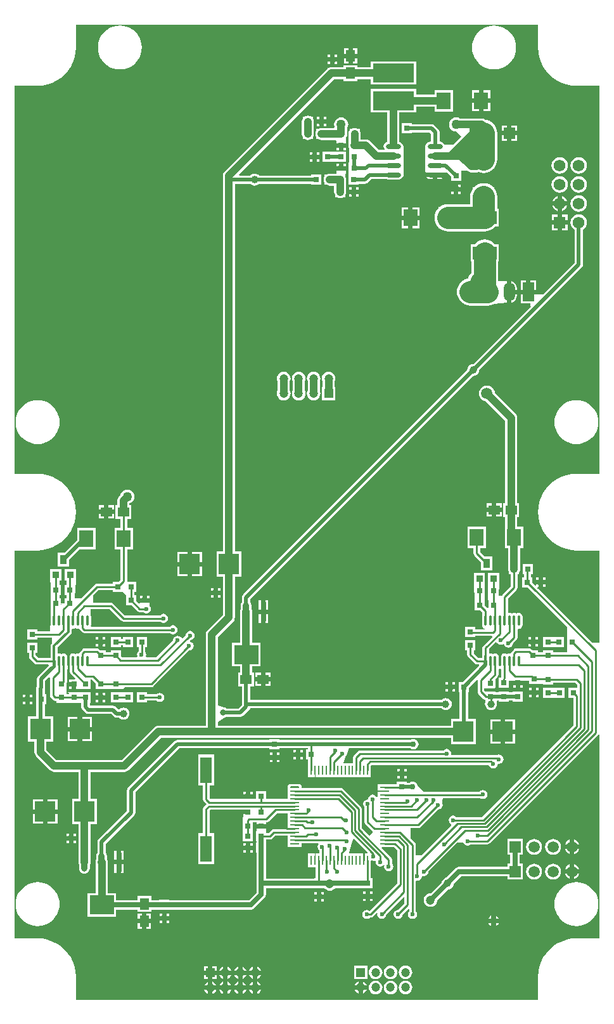
<source format=gtl>
G04 Layer_Physical_Order=1*
G04 Layer_Color=255*
%FSLAX25Y25*%
%MOIN*%
G70*
G01*
G75*
%ADD10R,0.03000X0.03000*%
%ADD11R,0.03000X0.03000*%
%ADD12R,0.06000X0.06000*%
%ADD13R,0.05000X0.06000*%
%ADD14R,0.06000X0.05000*%
%ADD15R,0.10827X0.10827*%
%ADD16R,0.09000X0.07500*%
%ADD17R,0.07500X0.09000*%
%ADD18R,0.12500X0.06787*%
%ADD19R,0.21654X0.09842*%
%ADD20R,0.03600X0.03600*%
%ADD21R,0.03600X0.05000*%
%ADD22R,0.05000X0.01000*%
%ADD23R,0.01000X0.05000*%
%ADD24O,0.05000X0.01000*%
%ADD25O,0.08000X0.02400*%
%ADD26O,0.01378X0.05905*%
%ADD27R,0.01378X0.05905*%
%ADD28R,0.12598X0.09842*%
%ADD29O,0.03150X0.09842*%
%ADD30R,0.03150X0.09842*%
%ADD31R,0.06000X0.13780*%
%ADD32C,0.03937*%
%ADD33C,0.02500*%
%ADD34C,0.01000*%
%ADD35C,0.03937*%
%ADD36C,0.02000*%
%ADD37C,0.01181*%
%ADD38C,0.01968*%
%ADD39C,0.11811*%
%ADD40C,0.01575*%
%ADD41C,0.04000*%
%ADD42R,0.05905X0.09842*%
%ADD43O,0.05905X0.09842*%
%ADD44R,0.04724X0.04724*%
%ADD45C,0.04724*%
%ADD46R,0.06200X0.06200*%
%ADD47C,0.06200*%
%ADD48C,0.05905*%
%ADD49R,0.05905X0.05905*%
%ADD50C,0.02362*%
%ADD51C,0.05905*%
%ADD52C,0.03000*%
%ADD53C,0.05000*%
%ADD54C,0.03150*%
G36*
X145302Y85973D02*
Y82036D01*
X152664D01*
Y83972D01*
X161375D01*
X161642Y83472D01*
X161275Y82922D01*
X161091Y82000D01*
X161275Y81078D01*
X161797Y80297D01*
X162033Y80139D01*
Y78540D01*
X160098D01*
Y78359D01*
X160097D01*
Y75024D01*
X160064Y74859D01*
X159523D01*
Y78359D01*
X159523D01*
Y78540D01*
X156160D01*
Y71178D01*
X159523D01*
Y71359D01*
X160065D01*
Y65540D01*
X159322D01*
Y65338D01*
X133979D01*
Y78819D01*
X134181D01*
Y84181D01*
X133979D01*
Y84819D01*
X134181D01*
Y85786D01*
X136000D01*
X136656Y85916D01*
X137212Y86288D01*
X138833Y87909D01*
X145302D01*
Y85973D01*
D02*
G37*
G36*
X187396Y79002D02*
X187204Y78540D01*
X185688D01*
Y78359D01*
X185688D01*
Y75024D01*
X185655Y74859D01*
X185114D01*
Y78359D01*
X185113D01*
Y78540D01*
X177824D01*
X177526Y78942D01*
X178594Y82467D01*
X179744Y86050D01*
X180230Y86167D01*
X187396Y79002D01*
D02*
G37*
G36*
X277105Y501968D02*
X277095D01*
X277267Y499338D01*
X277781Y496753D01*
X278628Y494258D01*
X279794Y491894D01*
X281259Y489702D01*
X282996Y487721D01*
X284978Y485983D01*
X287169Y484519D01*
X289533Y483353D01*
X292029Y482506D01*
X294614Y481991D01*
X297244Y481819D01*
Y481829D01*
X309310D01*
Y278013D01*
X297244D01*
Y278024D01*
X294614Y277851D01*
X292029Y277337D01*
X289533Y276490D01*
X287169Y275324D01*
X284978Y273860D01*
X282996Y272122D01*
X281259Y270140D01*
X279794Y267949D01*
X278628Y265585D01*
X277781Y263089D01*
X277267Y260504D01*
X277095Y257874D01*
X277267Y255244D01*
X277781Y252659D01*
X278628Y250163D01*
X279794Y247799D01*
X281259Y245608D01*
X282996Y243626D01*
X284978Y241888D01*
X287169Y240424D01*
X289533Y239258D01*
X292029Y238411D01*
X294614Y237897D01*
X297244Y237725D01*
Y237735D01*
X309310D01*
Y189351D01*
X307012D01*
X307012Y189352D01*
Y189351D01*
X305486Y189351D01*
X305264Y189573D01*
X276799Y218038D01*
X276991Y218500D01*
X277319D01*
Y219819D01*
X276000D01*
Y219491D01*
X275538Y219299D01*
X274095Y220743D01*
Y223681D01*
X273214D01*
Y225319D01*
X274268D01*
Y230681D01*
X268905D01*
Y225319D01*
X269786D01*
Y223681D01*
X268732D01*
Y218319D01*
X271671D01*
X292406Y197584D01*
Y192181D01*
Y186819D01*
X292498Y186727D01*
Y184214D01*
X285181D01*
Y185181D01*
X279819D01*
Y184214D01*
X277181D01*
Y185181D01*
X274243D01*
X273712Y185712D01*
X273156Y186084D01*
X272500Y186214D01*
X265500D01*
X264844Y186084D01*
X264288Y185712D01*
X263288Y184712D01*
X262916Y184156D01*
X262881Y183980D01*
X262298Y183611D01*
X262000Y183670D01*
X261270Y183525D01*
X260750Y183178D01*
X260230Y183525D01*
X259500Y183670D01*
X258770Y183525D01*
X258152Y183112D01*
X258112Y183052D01*
X258112Y183052D01*
X257738Y182493D01*
X257593Y181764D01*
Y179500D01*
X256407D01*
Y181764D01*
X256262Y182493D01*
X255888Y183052D01*
X255888Y183052D01*
X255848Y183112D01*
X255230Y183525D01*
X254500Y183670D01*
X253770Y183525D01*
X253250Y183178D01*
X252730Y183525D01*
X252000Y183670D01*
X251705Y183612D01*
X251214Y183996D01*
Y185790D01*
X254837Y189413D01*
X255449Y189318D01*
X255797Y188797D01*
X256578Y188275D01*
X257500Y188092D01*
X258422Y188275D01*
X258766Y188505D01*
X259228Y188314D01*
X259275Y188078D01*
X259797Y187297D01*
X260578Y186775D01*
X261500Y186591D01*
X262422Y186775D01*
X263203Y187297D01*
X263725Y188078D01*
X263905Y188981D01*
X265712Y190788D01*
X266084Y191344D01*
X266214Y192000D01*
Y196236D01*
X266714Y196646D01*
X267000Y196589D01*
X267730Y196734D01*
X268348Y197148D01*
X268762Y197766D01*
X268907Y198496D01*
Y203024D01*
X268762Y203753D01*
X268348Y204372D01*
X267730Y204785D01*
X267000Y204930D01*
X266270Y204785D01*
X265750Y204437D01*
X265230Y204785D01*
X264500Y204930D01*
X263770Y204785D01*
X263250Y204437D01*
X262730Y204785D01*
X262000Y204930D01*
X261714Y204873D01*
X261214Y205284D01*
Y212377D01*
X265712Y216875D01*
X266084Y217431D01*
X266214Y218087D01*
Y225319D01*
X267181D01*
Y226320D01*
X267251Y226412D01*
X267568Y227178D01*
X267677Y228000D01*
Y238819D01*
X269431D01*
Y250181D01*
X266177D01*
Y255319D01*
X267181D01*
Y262681D01*
X266177D01*
Y307336D01*
X266069Y308158D01*
X265751Y308924D01*
X265246Y309582D01*
X254306Y320522D01*
X254213Y321229D01*
X253797Y322235D01*
X253134Y323098D01*
X252271Y323761D01*
X251265Y324177D01*
X250186Y324319D01*
X249107Y324177D01*
X248101Y323761D01*
X247237Y323098D01*
X246575Y322235D01*
X246158Y321229D01*
X246016Y320150D01*
X246158Y319071D01*
X246575Y318065D01*
X247237Y317202D01*
X248101Y316539D01*
X249107Y316122D01*
X249814Y316029D01*
X259823Y306020D01*
Y262681D01*
X258819D01*
Y255319D01*
X259823D01*
Y250181D01*
X259569D01*
Y238819D01*
X261323D01*
Y228000D01*
X261432Y227178D01*
X261749Y226412D01*
X261819Y226320D01*
Y225319D01*
X262786D01*
Y218797D01*
X258288Y214299D01*
X257976Y213832D01*
X257840Y213819D01*
X257276D01*
Y213819D01*
X257276Y213819D01*
X256723D01*
X256378Y214180D01*
X256635Y220019D01*
X256681D01*
Y220590D01*
X256681Y221064D01*
X256681Y221068D01*
X256681Y221068D01*
X256681Y221068D01*
Y225981D01*
X250719D01*
Y220019D01*
Y211868D01*
X250905Y211681D01*
Y207726D01*
X250406Y207519D01*
X249181Y208743D01*
Y213819D01*
Y219181D01*
Y225981D01*
X243219D01*
Y220795D01*
X243208Y220793D01*
X243208Y220793D01*
X243219Y220632D01*
X243219Y220019D01*
X243260D01*
X243819Y211681D01*
Y206319D01*
X246757D01*
X247786Y205290D01*
Y203824D01*
X247738Y203753D01*
X247593Y203024D01*
Y198496D01*
X247738Y197766D01*
X248152Y197148D01*
X248770Y196734D01*
X248873Y196714D01*
X248824Y196214D01*
X244181D01*
Y197681D01*
X238819D01*
Y192319D01*
X244181D01*
Y192786D01*
X252709D01*
X252900Y192324D01*
X248288Y187712D01*
X247916Y187156D01*
X247786Y186500D01*
Y183634D01*
X247630D01*
Y181214D01*
X245710D01*
X243214Y183710D01*
Y185232D01*
X244181D01*
Y190594D01*
X238819D01*
Y185232D01*
X239786D01*
Y183000D01*
X239916Y182344D01*
X240288Y181788D01*
X243788Y178288D01*
X244344Y177916D01*
X245000Y177786D01*
X245988D01*
X246179Y177324D01*
X237536Y168681D01*
X235319D01*
Y163319D01*
X235776D01*
Y149094D01*
X231236D01*
Y145677D01*
X108677D01*
Y147678D01*
X111556Y149727D01*
X111556D01*
X111556Y149728D01*
X112219Y149815D01*
X112890Y150093D01*
X113129Y150276D01*
X120500D01*
X120500Y150276D01*
X121351Y150445D01*
X122073Y150927D01*
X125073Y153928D01*
X125073Y153928D01*
X125555Y154649D01*
X125580Y154776D01*
X226236D01*
X226254Y154754D01*
X226912Y154249D01*
X227678Y153931D01*
X228500Y153823D01*
X229322Y153931D01*
X230088Y154249D01*
X230746Y154754D01*
X231251Y155412D01*
X231569Y156178D01*
X231677Y157000D01*
X231569Y157822D01*
X231251Y158588D01*
X230746Y159246D01*
X230088Y159751D01*
X229322Y160069D01*
X228500Y160177D01*
X227678Y160069D01*
X226912Y159751D01*
X226254Y159246D01*
X226236Y159224D01*
X125724D01*
Y166319D01*
X127681D01*
Y173681D01*
X126677D01*
Y176898D01*
X131035D01*
Y189102D01*
X126677D01*
Y205500D01*
X126568Y206322D01*
X126280Y207020D01*
Y208846D01*
X126185Y209566D01*
X125907Y210236D01*
X125724Y210475D01*
Y212079D01*
X242972Y329327D01*
X243000Y329323D01*
X243822Y329432D01*
X244588Y329749D01*
X245246Y330254D01*
X245751Y330912D01*
X246069Y331678D01*
X246177Y332500D01*
X246173Y332528D01*
X300073Y386427D01*
X300073Y386427D01*
X300555Y387149D01*
X300724Y388000D01*
Y406310D01*
X301553Y406947D01*
X302239Y407841D01*
X302671Y408882D01*
X302818Y410000D01*
X302671Y411118D01*
X302239Y412159D01*
X301553Y413053D01*
X300659Y413739D01*
X299618Y414171D01*
X298500Y414318D01*
X297382Y414171D01*
X296341Y413739D01*
X295447Y413053D01*
X294760Y412159D01*
X294329Y411118D01*
X294182Y410000D01*
X294329Y408882D01*
X294760Y407841D01*
X295447Y406947D01*
X296276Y406310D01*
Y388921D01*
X279624Y372269D01*
X275953D01*
Y372319D01*
X272000D01*
X268047D01*
Y367579D01*
X273181D01*
Y365936D01*
X273236Y365881D01*
X243028Y335673D01*
X243000Y335677D01*
X242178Y335568D01*
X241412Y335251D01*
X240754Y334746D01*
X240249Y334088D01*
X239932Y333322D01*
X239823Y332500D01*
X239827Y332472D01*
X121927Y214573D01*
X121446Y213851D01*
X121276Y213000D01*
X121276Y213000D01*
Y210475D01*
X121093Y210236D01*
X120815Y209566D01*
X120720Y208846D01*
Y207020D01*
X120431Y206322D01*
X120323Y205500D01*
Y189102D01*
X116075D01*
Y176898D01*
X120323D01*
Y173681D01*
X119319D01*
Y166319D01*
X121276D01*
Y156421D01*
X119579Y154724D01*
X113129D01*
X112890Y154907D01*
X112219Y155185D01*
X111560Y155272D01*
X108910Y156336D01*
X108677Y156438D01*
Y192184D01*
X116691Y200199D01*
X117196Y200856D01*
X117513Y201623D01*
X117622Y202445D01*
Y204581D01*
X117677Y205000D01*
Y215500D01*
Y223905D01*
X121095D01*
Y237094D01*
X117677D01*
Y430276D01*
X125736D01*
X125754Y430254D01*
X126412Y429749D01*
X127178Y429431D01*
X128000Y429323D01*
X128822Y429431D01*
X129588Y429749D01*
X130246Y430254D01*
X130264Y430276D01*
X157732D01*
Y429819D01*
X163094D01*
Y435181D01*
X157732D01*
Y434724D01*
X130264D01*
X130246Y434746D01*
X129588Y435251D01*
X128822Y435569D01*
X128000Y435677D01*
X127178Y435569D01*
X126412Y435251D01*
X125754Y434746D01*
X125736Y434724D01*
X119870D01*
X119678Y435186D01*
X169816Y485323D01*
X174819D01*
Y484319D01*
X182181D01*
Y485323D01*
X188992D01*
Y482465D01*
X213008D01*
Y494669D01*
X188992D01*
Y491677D01*
X182181D01*
Y492681D01*
X174819D01*
Y491677D01*
X168500D01*
X167678Y491569D01*
X166912Y491251D01*
X166820Y491181D01*
X166319D01*
Y490796D01*
X166254Y490746D01*
X112254Y436746D01*
X111749Y436088D01*
X111432Y435322D01*
X111323Y434500D01*
Y432000D01*
Y237094D01*
X107905D01*
Y223905D01*
X111323D01*
Y215500D01*
Y205919D01*
X111268Y205500D01*
Y203761D01*
X103254Y195746D01*
X102749Y195088D01*
X102431Y194322D01*
X102323Y193500D01*
Y145677D01*
X77500D01*
X76678Y145569D01*
X75912Y145251D01*
X75254Y144746D01*
X58184Y127677D01*
X23816D01*
X18515Y132977D01*
Y137264D01*
X21933D01*
Y150453D01*
X17546D01*
Y156819D01*
X18268D01*
Y162181D01*
X17546D01*
Y164535D01*
X17626Y164655D01*
X17794Y165500D01*
Y169172D01*
X19814Y171192D01*
X20186Y171041D01*
X20286Y170957D01*
Y161500D01*
X20416Y160844D01*
X20788Y160288D01*
X21875Y159201D01*
X22431Y158830D01*
X23087Y158699D01*
X23819D01*
Y157732D01*
X36776D01*
Y155500D01*
X36776Y155500D01*
X36945Y154649D01*
X37427Y153928D01*
X38928Y152427D01*
X39649Y151945D01*
X40500Y151776D01*
X40500Y151776D01*
X52579D01*
X53927Y150427D01*
X53927Y150427D01*
X54649Y149945D01*
X55500Y149776D01*
X55500Y149776D01*
X56736D01*
X56754Y149754D01*
X57412Y149249D01*
X58178Y148932D01*
X59000Y148823D01*
X59822Y148932D01*
X60588Y149249D01*
X61246Y149754D01*
X61751Y150412D01*
X62068Y151178D01*
X62177Y152000D01*
X62068Y152822D01*
X61751Y153588D01*
X61246Y154246D01*
X60588Y154751D01*
X59822Y155069D01*
X59000Y155177D01*
X58178Y155069D01*
X57412Y154751D01*
X56754Y154246D01*
X56293Y154352D01*
X55072Y155572D01*
X54351Y156054D01*
X53500Y156224D01*
X53500Y156224D01*
X41421D01*
X41224Y156421D01*
Y157732D01*
X41681D01*
Y163094D01*
X29181D01*
X30319Y162940D01*
Y162127D01*
X29181D01*
Y168334D01*
X29214Y168500D01*
Y175174D01*
X29714Y175571D01*
X30000Y175514D01*
X30286Y175571D01*
X30786Y175174D01*
Y174000D01*
X30916Y173344D01*
X31288Y172788D01*
X33614Y170462D01*
X33423Y170000D01*
X30500D01*
Y168681D01*
X33000D01*
Y167500D01*
X34181D01*
Y165000D01*
X36319D01*
Y164819D01*
X41681D01*
Y169786D01*
X42290D01*
X44319Y167757D01*
Y164819D01*
X49681D01*
Y164878D01*
X52724Y164906D01*
X57681D01*
Y164950D01*
X58645Y164959D01*
X59559Y165873D01*
X73587D01*
X74243Y166003D01*
X74799Y166375D01*
X93519Y185095D01*
X94422Y185275D01*
X95203Y185797D01*
X95725Y186578D01*
X95908Y187500D01*
X95725Y188422D01*
X95203Y189203D01*
X94422Y189725D01*
X94120Y189785D01*
X93935Y190287D01*
X94167Y190625D01*
X94922Y190775D01*
X95703Y191297D01*
X96225Y192078D01*
X96408Y193000D01*
X96225Y193922D01*
X95703Y194703D01*
X94922Y195225D01*
X94000Y195408D01*
X93078Y195225D01*
X92297Y194703D01*
X91775Y193922D01*
X91595Y193019D01*
X90163Y191587D01*
X89551Y191682D01*
X89203Y192203D01*
X88422Y192725D01*
X87500Y192909D01*
X86578Y192725D01*
X85797Y192203D01*
X85275Y191422D01*
X85095Y190519D01*
X76290Y181714D01*
X71037D01*
X70752Y182214D01*
X70908Y183000D01*
X70725Y183922D01*
X70301Y184557D01*
Y186819D01*
X71268D01*
Y192181D01*
X65905D01*
Y186819D01*
X66873D01*
Y184754D01*
X66797Y184703D01*
X66275Y183922D01*
X66092Y183000D01*
X66248Y182214D01*
X65963Y181714D01*
X58123D01*
X57681Y182156D01*
Y185094D01*
X52319D01*
Y184214D01*
X49681D01*
Y185181D01*
X46743D01*
X46212Y185712D01*
X45656Y186084D01*
X45000Y186214D01*
X38500D01*
X37844Y186084D01*
X37288Y185712D01*
X36288Y184712D01*
X35916Y184156D01*
X35881Y183980D01*
X35298Y183611D01*
X35000Y183670D01*
X34270Y183525D01*
X33750Y183178D01*
X33230Y183525D01*
X32500Y183670D01*
X31770Y183525D01*
X31152Y183112D01*
X31112Y183052D01*
X31112Y183052D01*
X30738Y182493D01*
X30593Y181764D01*
Y179500D01*
X29407D01*
Y181764D01*
X29262Y182493D01*
X28888Y183052D01*
X28888Y183052D01*
X28848Y183112D01*
X28230Y183525D01*
X27500Y183670D01*
X26770Y183525D01*
X26250Y183178D01*
X25730Y183525D01*
X25000Y183670D01*
X24805Y183632D01*
X24306Y184042D01*
Y186752D01*
X31277Y193723D01*
X31669Y194309D01*
X31806Y195000D01*
Y196333D01*
X32193Y196650D01*
X32500Y196589D01*
X33230Y196734D01*
X33750Y197082D01*
X34270Y196734D01*
X35000Y196589D01*
X35344Y196658D01*
X35916Y196344D01*
X36288Y195788D01*
X37288Y194788D01*
X37844Y194416D01*
X38500Y194286D01*
X83313D01*
X84078Y193775D01*
X85000Y193591D01*
X85922Y193775D01*
X86703Y194297D01*
X87225Y195078D01*
X87409Y196000D01*
X87225Y196922D01*
X86703Y197703D01*
X85922Y198225D01*
X85000Y198408D01*
X84078Y198225D01*
X83313Y197714D01*
X42261D01*
X41851Y198214D01*
X41907Y198496D01*
Y203024D01*
X41762Y203753D01*
X41829Y203820D01*
Y205905D01*
X41829D01*
X41829Y205905D01*
Y206786D01*
X51790D01*
X57788Y200788D01*
X58344Y200416D01*
X59000Y200286D01*
X78313D01*
X79078Y199775D01*
X80000Y199592D01*
X80922Y199775D01*
X81703Y200297D01*
X82225Y201078D01*
X82408Y202000D01*
X82225Y202922D01*
X81703Y203703D01*
X80922Y204225D01*
X80000Y204409D01*
X79078Y204225D01*
X78313Y203714D01*
X59710D01*
X53712Y209712D01*
X53156Y210084D01*
X52500Y210214D01*
X43169D01*
Y213478D01*
X43169Y213478D01*
X43169Y213478D01*
Y214245D01*
X45710Y216786D01*
X53319D01*
Y215819D01*
X58681D01*
X60319Y214181D01*
Y208819D01*
X63257D01*
X66288Y205788D01*
X66844Y205416D01*
X67500Y205286D01*
X69313D01*
X70078Y204775D01*
X71000Y204591D01*
X71922Y204775D01*
X72703Y205297D01*
X73225Y206078D01*
X73409Y207000D01*
X73225Y207922D01*
X72784Y208582D01*
X72587Y209000D01*
Y210319D01*
X70087D01*
X67587D01*
Y209991D01*
X67125Y209799D01*
X65681Y211243D01*
Y214181D01*
X64801D01*
Y215819D01*
X65768D01*
Y221181D01*
X61193D01*
X60876Y221568D01*
X60899Y221685D01*
Y238319D01*
X64116D01*
Y249681D01*
X60899D01*
Y254319D01*
X63181D01*
Y261681D01*
X62177D01*
Y262503D01*
X62856Y262785D01*
X63625Y263375D01*
X64215Y264144D01*
X64586Y265039D01*
X64713Y266000D01*
X64586Y266961D01*
X64215Y267856D01*
X63625Y268625D01*
X62856Y269215D01*
X61961Y269586D01*
X61000Y269713D01*
X60039Y269586D01*
X59144Y269215D01*
X58375Y268625D01*
X57785Y267856D01*
X57414Y266961D01*
X57405Y266898D01*
X56754Y266246D01*
X56249Y265588D01*
X55932Y264822D01*
X55823Y264000D01*
Y261681D01*
X54819D01*
Y254319D01*
X57471D01*
Y249681D01*
X54254D01*
Y238319D01*
X57471D01*
Y222395D01*
X56257Y221181D01*
X53319D01*
Y220214D01*
X45000D01*
X44344Y220084D01*
X43788Y219712D01*
X36757Y212681D01*
X33635D01*
X33295Y213047D01*
X33953Y222019D01*
X33981D01*
Y227981D01*
X28019D01*
Y222019D01*
X28873D01*
Y219681D01*
X27905D01*
Y214319D01*
X28873D01*
Y212681D01*
X27905D01*
Y209743D01*
X27905Y209743D01*
X26181D01*
X26646Y209074D01*
X26181Y209294D01*
Y212681D01*
X25214D01*
Y214319D01*
X26181D01*
Y219681D01*
X25214D01*
Y222019D01*
X26481D01*
Y227981D01*
X20519D01*
Y222095D01*
X20519Y222019D01*
X20519Y222019D01*
X20819Y219808D01*
X20819Y219681D01*
X20819Y219208D01*
Y214319D01*
Y209166D01*
X20786Y209000D01*
Y203824D01*
X20738Y203753D01*
X20593Y203024D01*
Y198496D01*
X20493Y198396D01*
Y195301D01*
X13681D01*
Y196268D01*
X8319D01*
Y190905D01*
X13681D01*
Y191873D01*
X21275D01*
Y188970D01*
X21223Y188777D01*
X20831Y188191D01*
X20694Y187500D01*
Y183634D01*
X20630D01*
Y181214D01*
X14210D01*
X12714Y182710D01*
Y183819D01*
X13681D01*
Y189181D01*
X8319D01*
Y183819D01*
X9286D01*
Y182000D01*
X9416Y181344D01*
X9788Y180788D01*
X12288Y178288D01*
X12844Y177916D01*
X13500Y177786D01*
X19457D01*
X19664Y177286D01*
X14026Y171648D01*
X13547Y170931D01*
X13379Y170087D01*
Y166217D01*
X13299Y166097D01*
X13131Y165252D01*
Y162181D01*
X12905D01*
Y156819D01*
X13131D01*
Y150453D01*
X8744D01*
Y137264D01*
X12162D01*
Y131662D01*
X12270Y130839D01*
X12587Y130073D01*
X13092Y129415D01*
X20254Y122254D01*
X20912Y121749D01*
X21678Y121432D01*
X22500Y121323D01*
X35323D01*
Y107095D01*
X31905D01*
Y93906D01*
X35323D01*
Y86500D01*
Y74418D01*
X35268Y74000D01*
X35376Y73178D01*
X35665Y72480D01*
Y70653D01*
X35760Y69934D01*
X36038Y69264D01*
X36479Y68688D01*
X37055Y68246D01*
X37725Y67969D01*
X38445Y67874D01*
X39164Y67969D01*
X39835Y68246D01*
X40410Y68688D01*
X40852Y69264D01*
X41130Y69934D01*
X41225Y70653D01*
Y72432D01*
X41251Y72467D01*
X41568Y73233D01*
X41677Y74055D01*
Y86500D01*
Y93906D01*
X45094D01*
Y107095D01*
X41677D01*
Y121323D01*
X59500D01*
X60322Y121432D01*
X61088Y121749D01*
X61746Y122254D01*
X78816Y139323D01*
X231236D01*
Y135906D01*
X244425D01*
Y149094D01*
X240224D01*
Y163319D01*
X240681D01*
Y165536D01*
X244809Y169664D01*
X245130Y169554D01*
X245286Y169434D01*
Y163500D01*
X245416Y162844D01*
X245788Y162288D01*
X248375Y159701D01*
X248931Y159330D01*
X249319Y159253D01*
Y158232D01*
X249319Y158232D01*
X249319D01*
X249258Y157822D01*
X249150Y157000D01*
X249258Y156178D01*
X249576Y155412D01*
X250080Y154754D01*
X250738Y154249D01*
X251505Y153931D01*
X252327Y153823D01*
X253149Y153931D01*
X253915Y154249D01*
X254573Y154754D01*
X255078Y155412D01*
X255395Y156178D01*
X255504Y157000D01*
X255395Y157822D01*
X255207Y158276D01*
X255541Y158776D01*
X256319D01*
Y158319D01*
X261681D01*
Y158776D01*
X263819D01*
Y158319D01*
X269181D01*
Y163681D01*
X263819D01*
Y163224D01*
X261681D01*
Y163681D01*
X256319D01*
Y163224D01*
X254681D01*
Y163594D01*
X249329D01*
X248714Y164210D01*
Y165372D01*
X249319D01*
Y165319D01*
X254681D01*
Y170257D01*
X255712Y171288D01*
X256084Y171844D01*
X256214Y172500D01*
Y175174D01*
X256714Y175571D01*
X257000Y175514D01*
X257286Y175571D01*
X257786Y175174D01*
Y171296D01*
X257433Y170768D01*
X256319D01*
Y165405D01*
X261681D01*
Y169313D01*
X264000D01*
Y169268D01*
X266500D01*
X269000D01*
Y169313D01*
X272319D01*
Y167405D01*
X277681D01*
Y167420D01*
X279819D01*
Y167319D01*
X285181D01*
Y168286D01*
X296790D01*
X297786Y167290D01*
Y165681D01*
X292905D01*
Y160319D01*
X295786D01*
Y145821D01*
X247679Y97714D01*
X234187D01*
X233422Y98225D01*
X232500Y98409D01*
X231578Y98225D01*
X230797Y97703D01*
X230275Y96922D01*
X230092Y96000D01*
X230275Y95078D01*
X230797Y94297D01*
X231294Y93965D01*
X231380Y93343D01*
X215536Y77500D01*
X212714D01*
Y83056D01*
X212584Y83711D01*
X212212Y84267D01*
X209882Y86598D01*
X209974Y91846D01*
X214060D01*
X214716Y91976D01*
X215272Y92348D01*
X224519Y101595D01*
X225422Y101775D01*
X226203Y102297D01*
X226725Y103078D01*
X226908Y104000D01*
X226725Y104922D01*
X226811Y105887D01*
X226811D01*
X226811Y105887D01*
X226964Y107594D01*
X246601D01*
X247078Y107275D01*
X248000Y107091D01*
X248922Y107275D01*
X249703Y107797D01*
X250225Y108578D01*
X250409Y109500D01*
X250225Y110422D01*
X249703Y111203D01*
X248922Y111725D01*
X248000Y111908D01*
X247078Y111725D01*
X246297Y111203D01*
X246176Y111022D01*
X216800D01*
X213605Y114216D01*
X213342Y114852D01*
X212912Y115412D01*
X212352Y115842D01*
X211700Y116112D01*
X211000Y116204D01*
X210300Y116112D01*
X209648Y115842D01*
X209381Y115637D01*
X208181D01*
Y116095D01*
X202819D01*
Y114959D01*
X196228D01*
X196062Y114926D01*
X192546D01*
Y111564D01*
X192727D01*
Y111563D01*
X196062D01*
X196228Y111530D01*
Y111022D01*
X196062Y110989D01*
X192727D01*
Y110989D01*
X192546D01*
Y108341D01*
X192046Y108189D01*
X191703Y108703D01*
X190922Y109225D01*
X190000Y109408D01*
X189078Y109225D01*
X188297Y108703D01*
X187775Y107922D01*
X187592Y107000D01*
X187500Y106909D01*
X186578Y106725D01*
X185797Y106203D01*
X185275Y105422D01*
X185091Y104500D01*
X185275Y103578D01*
X185786Y102813D01*
Y95000D01*
X185916Y94344D01*
X186288Y93788D01*
X189697Y90379D01*
X189888Y90252D01*
X190007Y89586D01*
X188887Y88121D01*
X188233Y88068D01*
X184289Y92012D01*
Y101953D01*
X184158Y102609D01*
X183787Y103165D01*
X174464Y112488D01*
X173907Y112860D01*
X173252Y112990D01*
X152907D01*
X152698Y113245D01*
X152567Y113901D01*
X152196Y114457D01*
X151639Y114828D01*
X150984Y114959D01*
X146984D01*
X146328Y114828D01*
X145772Y114457D01*
X145400Y113901D01*
X145311Y113454D01*
X145270Y113245D01*
X145302Y112957D01*
X145302D01*
Y109595D01*
Y107085D01*
X134168D01*
Y111181D01*
X128805D01*
Y107085D01*
X126900D01*
Y107319D01*
X121900D01*
Y107085D01*
X104839D01*
X104214Y107710D01*
Y114268D01*
X106681D01*
Y130409D01*
X98319D01*
Y114268D01*
X100786D01*
Y107000D01*
X100916Y106344D01*
X101288Y105788D01*
X102576Y104500D01*
X101288Y103212D01*
X100916Y102656D01*
X100786Y102000D01*
Y89071D01*
X98319D01*
Y72929D01*
X106681D01*
Y89071D01*
X104214D01*
Y101290D01*
X104612Y101688D01*
X121900D01*
Y101540D01*
X124400D01*
Y99178D01*
X121900D01*
Y97859D01*
X121900D01*
X121912Y97845D01*
X121810Y97038D01*
X121766Y95540D01*
X121719D01*
Y90178D01*
X121732D01*
Y84819D01*
X127094D01*
Y90181D01*
X127081D01*
Y94786D01*
X128987D01*
Y94040D01*
X133987D01*
Y94786D01*
X134000D01*
X134656Y94916D01*
X135212Y95288D01*
X139644Y99720D01*
X145302D01*
Y95815D01*
Y91878D01*
X145483D01*
Y91337D01*
X138123D01*
X137467Y91206D01*
X136911Y90835D01*
X135290Y89214D01*
X134181D01*
Y90181D01*
X134181D01*
X133987Y90359D01*
Y91678D01*
X128987D01*
Y90612D01*
X128819Y90181D01*
X128819D01*
X128819Y90181D01*
Y84819D01*
X129021D01*
Y84181D01*
X128819D01*
Y78819D01*
X129021D01*
Y63000D01*
Y58027D01*
X124973Y53979D01*
X83181D01*
Y54181D01*
X77819D01*
Y53979D01*
X73681D01*
Y56181D01*
X66319D01*
Y53979D01*
X55035D01*
Y57602D01*
X50764D01*
Y73945D01*
X50654Y74775D01*
X50467Y75229D01*
X50334Y75549D01*
X50280Y75620D01*
Y77346D01*
X50185Y78066D01*
X49907Y78736D01*
X49724Y78975D01*
Y83579D01*
X64573Y98427D01*
X65055Y99149D01*
X65224Y100000D01*
X65224Y100000D01*
Y110579D01*
X88421Y133776D01*
X135819D01*
Y133319D01*
X141181D01*
Y133776D01*
X156128D01*
Y133181D01*
X155161D01*
Y127819D01*
X156128D01*
Y122103D01*
X156161Y121937D01*
Y118422D01*
X159523D01*
Y118603D01*
X159523D01*
Y121937D01*
X159556Y122103D01*
X160097D01*
Y118603D01*
X160098D01*
Y118422D01*
X189050D01*
Y121937D01*
X189083Y122103D01*
Y124659D01*
X189454Y125030D01*
X251185D01*
X251275Y124578D01*
X251797Y123797D01*
X252578Y123275D01*
X253500Y123091D01*
X254422Y123275D01*
X255203Y123797D01*
X255725Y124578D01*
X255908Y125500D01*
X256083Y125674D01*
X256500Y125592D01*
X257422Y125775D01*
X258203Y126297D01*
X258725Y127078D01*
X258909Y128000D01*
X258725Y128922D01*
X258203Y129703D01*
X257422Y130225D01*
X256500Y130409D01*
X255681Y130245D01*
X231652D01*
X231335Y130632D01*
X231409Y131000D01*
X231225Y131922D01*
X230703Y132703D01*
X229922Y133225D01*
X229000Y133408D01*
X228078Y133225D01*
X227313Y132714D01*
X183500D01*
X182844Y132584D01*
X182288Y132212D01*
X180252Y130176D01*
X179880Y129620D01*
X179750Y128964D01*
Y125784D01*
X175084D01*
X174797Y126193D01*
X176161Y129982D01*
X176225Y130078D01*
X176262Y130262D01*
X177527Y133776D01*
X209994D01*
X210148Y133658D01*
X210800Y133388D01*
X211500Y133296D01*
X212200Y133388D01*
X212852Y133658D01*
X213412Y134088D01*
X213842Y134648D01*
X214112Y135300D01*
X214204Y136000D01*
X214112Y136700D01*
X213842Y137352D01*
X213412Y137912D01*
X212852Y138342D01*
X212200Y138612D01*
X211500Y138704D01*
X210800Y138612D01*
X210148Y138342D01*
X209994Y138224D01*
X141181D01*
Y138681D01*
X135819D01*
Y138224D01*
X87500D01*
X87500Y138224D01*
X86649Y138055D01*
X85927Y137573D01*
X85927Y137573D01*
X61427Y113073D01*
X60945Y112351D01*
X60776Y111500D01*
X60776Y111500D01*
Y100921D01*
X45928Y86072D01*
X45445Y85351D01*
X45276Y84500D01*
X45276Y84500D01*
Y78975D01*
X45093Y78736D01*
X44815Y78066D01*
X44720Y77346D01*
Y75602D01*
X44401Y74830D01*
X44291Y74000D01*
X44347Y73581D01*
Y57602D01*
X40075D01*
Y45398D01*
X55035D01*
Y49021D01*
X66319D01*
Y47819D01*
X73681D01*
Y49021D01*
X77819D01*
Y48819D01*
X83181D01*
Y49021D01*
X126000D01*
X126949Y49210D01*
X127753Y49747D01*
X133253Y55247D01*
X133253Y55247D01*
X133790Y56051D01*
X133979Y57000D01*
Y60380D01*
X159322D01*
Y60178D01*
X164684D01*
X165069Y59899D01*
X165713Y59405D01*
X166575Y59048D01*
X167500Y58926D01*
X168425Y59048D01*
X169287Y59405D01*
X170027Y59973D01*
X170340Y60380D01*
X184819D01*
Y60319D01*
X190181D01*
Y65681D01*
X189083D01*
Y74504D01*
X189578Y74775D01*
X190500Y74591D01*
X191228Y74736D01*
X191623Y74420D01*
X191661Y74352D01*
X191592Y74000D01*
X191775Y73078D01*
X192297Y72297D01*
X193078Y71775D01*
X194000Y71592D01*
X194922Y71775D01*
X195703Y72297D01*
X195756Y72376D01*
X196227Y72181D01*
X196091Y71500D01*
X196275Y70578D01*
X196797Y69797D01*
X197578Y69275D01*
X198500Y69091D01*
X199422Y69275D01*
X200203Y69797D01*
X200725Y70578D01*
X200908Y71500D01*
X200725Y72422D01*
X200214Y73187D01*
Y75377D01*
X200084Y76033D01*
X199712Y76589D01*
X194727Y81574D01*
X194918Y82036D01*
X196062D01*
X196228Y82003D01*
X201073D01*
X202999Y80077D01*
Y62923D01*
X188449Y48373D01*
X187922Y48725D01*
X187000Y48908D01*
X186078Y48725D01*
X185297Y48203D01*
X184775Y47422D01*
X184591Y46500D01*
X184775Y45578D01*
X185297Y44797D01*
X186078Y44275D01*
X187000Y44091D01*
X187922Y44275D01*
X188687Y44786D01*
X189000D01*
X189656Y44916D01*
X190212Y45288D01*
X192087Y47163D01*
X192548Y46916D01*
X192486Y46606D01*
X192669Y45684D01*
X193191Y44903D01*
X193973Y44381D01*
X194894Y44197D01*
X195816Y44381D01*
X196597Y44903D01*
X197119Y45684D01*
X197299Y46586D01*
X206324Y55611D01*
X206786Y55420D01*
Y52210D01*
X203481Y48905D01*
X202578Y48725D01*
X201797Y48203D01*
X201275Y47422D01*
X201092Y46500D01*
X201275Y45578D01*
X201797Y44797D01*
X202578Y44275D01*
X203500Y44091D01*
X204422Y44275D01*
X205203Y44797D01*
X205725Y45578D01*
X205905Y46481D01*
X208824Y49400D01*
X209286Y49209D01*
Y48187D01*
X208775Y47422D01*
X208592Y46500D01*
X208775Y45578D01*
X209297Y44797D01*
X210078Y44275D01*
X211000Y44091D01*
X211922Y44275D01*
X212703Y44797D01*
X213225Y45578D01*
X213408Y46500D01*
X213225Y47422D01*
X212714Y48187D01*
Y63854D01*
X213101Y64171D01*
X213500Y64091D01*
X214422Y64275D01*
X215203Y64797D01*
X215725Y65578D01*
X215877Y66344D01*
X215962Y66525D01*
X216375Y66716D01*
X217000Y66592D01*
X217922Y66775D01*
X218703Y67297D01*
X219225Y68078D01*
X219405Y68981D01*
X234502Y84078D01*
X237775D01*
X238297Y83297D01*
X239078Y82775D01*
X240000Y82591D01*
X240922Y82775D01*
X241687Y83286D01*
X250491D01*
X251147Y83416D01*
X251703Y83788D01*
X308499Y140584D01*
X308810Y141049D01*
X309262Y140985D01*
X309310Y140965D01*
Y33919D01*
X297244D01*
Y33929D01*
X294614Y33757D01*
X292029Y33242D01*
X289533Y32395D01*
X287169Y31229D01*
X284978Y29765D01*
X282996Y28027D01*
X281259Y26046D01*
X279794Y23854D01*
X278628Y21490D01*
X277781Y18995D01*
X277267Y16410D01*
X277095Y13780D01*
X277105D01*
Y1714D01*
X33919D01*
Y13780D01*
X33929D01*
X33757Y16410D01*
X33242Y18995D01*
X32395Y21490D01*
X31229Y23854D01*
X29765Y26046D01*
X28027Y28027D01*
X26046Y29765D01*
X23854Y31229D01*
X21490Y32395D01*
X18995Y33242D01*
X16410Y33757D01*
X13780Y33929D01*
Y33919D01*
X1714D01*
Y237735D01*
X13780D01*
Y237725D01*
X16410Y237897D01*
X18995Y238411D01*
X21490Y239258D01*
X23854Y240424D01*
X26046Y241888D01*
X28027Y243626D01*
X29765Y245608D01*
X31229Y247799D01*
X32395Y250163D01*
X33242Y252659D01*
X33757Y255244D01*
X33929Y257874D01*
X33757Y260504D01*
X33242Y263089D01*
X32395Y265585D01*
X31229Y267949D01*
X29765Y270140D01*
X28027Y272122D01*
X26046Y273860D01*
X23854Y275324D01*
X21490Y276490D01*
X18995Y277337D01*
X16410Y277851D01*
X13780Y278024D01*
Y278013D01*
X1714D01*
Y481829D01*
X13780D01*
Y481819D01*
X16410Y481991D01*
X18995Y482506D01*
X21490Y483353D01*
X23854Y484519D01*
X26046Y485983D01*
X28027Y487721D01*
X29765Y489702D01*
X31229Y491894D01*
X32395Y494258D01*
X33242Y496753D01*
X33757Y499338D01*
X33929Y501968D01*
X33919D01*
Y514034D01*
X277105D01*
Y501968D01*
D02*
G37*
%LPC*%
G36*
X293819Y85789D02*
X293007Y85453D01*
X292181Y84819D01*
X291547Y83993D01*
X291211Y83181D01*
X293819D01*
Y85789D01*
D02*
G37*
G36*
X126913Y84000D02*
X125594D01*
Y82681D01*
X126913D01*
Y84000D01*
D02*
G37*
G36*
X123232Y80319D02*
X121913D01*
Y79000D01*
X123232D01*
Y80319D01*
D02*
G37*
G36*
X298789Y80819D02*
X296181D01*
Y78211D01*
X296993Y78547D01*
X297819Y79181D01*
X298453Y80007D01*
X298789Y80819D01*
D02*
G37*
G36*
X123232Y84000D02*
X121913D01*
Y82681D01*
X123232D01*
Y84000D01*
D02*
G37*
G36*
X126913Y80319D02*
X125594D01*
Y79000D01*
X126913D01*
Y80319D01*
D02*
G37*
G36*
X24244Y99319D02*
X19012D01*
Y94087D01*
X24244D01*
Y99319D01*
D02*
G37*
G36*
X16650D02*
X11417D01*
Y94087D01*
X16650D01*
Y99319D01*
D02*
G37*
G36*
X24244Y106913D02*
X19012D01*
Y101681D01*
X24244D01*
Y106913D01*
D02*
G37*
G36*
X16650D02*
X11417D01*
Y101681D01*
X16650D01*
Y106913D01*
D02*
G37*
G36*
X33913Y89000D02*
X32594D01*
Y87681D01*
X33913D01*
Y89000D01*
D02*
G37*
G36*
X30232Y85319D02*
X28913D01*
Y84000D01*
X30232D01*
Y85319D01*
D02*
G37*
G36*
X296181Y85789D02*
Y83181D01*
X298789D01*
X298453Y83993D01*
X297819Y84819D01*
X296993Y85453D01*
X296181Y85789D01*
D02*
G37*
G36*
X30232Y89000D02*
X28913D01*
Y87681D01*
X30232D01*
Y89000D01*
D02*
G37*
G36*
X33913Y85319D02*
X32594D01*
Y84000D01*
X33913D01*
Y85319D01*
D02*
G37*
G36*
X293819Y67819D02*
X291211D01*
X291547Y67007D01*
X292181Y66181D01*
X293007Y65547D01*
X293819Y65211D01*
Y67819D01*
D02*
G37*
G36*
X298789D02*
X296181D01*
Y65211D01*
X296993Y65547D01*
X297819Y66181D01*
X298453Y67007D01*
X298789Y67819D01*
D02*
G37*
G36*
X55374Y72819D02*
X53980D01*
Y68079D01*
X55374D01*
Y72819D01*
D02*
G37*
G36*
X269134Y86134D02*
X260866D01*
Y77866D01*
X262521D01*
Y73134D01*
X260866D01*
Y71479D01*
X235500D01*
X234551Y71290D01*
X233747Y70753D01*
X233747Y70753D01*
X228884Y65889D01*
X228638Y65857D01*
X227872Y65540D01*
X227214Y65035D01*
X226709Y64377D01*
X226392Y63611D01*
X226359Y63365D01*
X220560Y57566D01*
X220500Y57574D01*
X219575Y57452D01*
X218713Y57095D01*
X217973Y56527D01*
X217405Y55787D01*
X217048Y54925D01*
X216926Y54000D01*
X217048Y53075D01*
X217405Y52213D01*
X217973Y51473D01*
X218713Y50905D01*
X219575Y50548D01*
X220500Y50426D01*
X221425Y50548D01*
X222287Y50905D01*
X223027Y51473D01*
X223595Y52213D01*
X223952Y53075D01*
X224074Y54000D01*
X224066Y54061D01*
X229641Y59636D01*
X230282Y59720D01*
X231048Y60037D01*
X231706Y60542D01*
X232211Y61200D01*
X232529Y61966D01*
X232613Y62608D01*
X236527Y66521D01*
X260866D01*
Y64866D01*
X269134D01*
Y73134D01*
X267479D01*
Y77866D01*
X269134D01*
Y86134D01*
D02*
G37*
G36*
X190000Y58413D02*
X188681D01*
Y57095D01*
X190000D01*
Y58413D01*
D02*
G37*
G36*
X275000Y73169D02*
X273921Y73027D01*
X272915Y72611D01*
X272052Y71948D01*
X271389Y71085D01*
X270973Y70079D01*
X270830Y69000D01*
X270973Y67921D01*
X271389Y66915D01*
X272052Y66052D01*
X272915Y65389D01*
X273921Y64973D01*
X275000Y64830D01*
X276079Y64973D01*
X277085Y65389D01*
X277948Y66052D01*
X278611Y66915D01*
X279027Y67921D01*
X279170Y69000D01*
X279027Y70079D01*
X278611Y71085D01*
X277948Y71948D01*
X277085Y72611D01*
X276079Y73027D01*
X275000Y73169D01*
D02*
G37*
G36*
X285000D02*
X283921Y73027D01*
X282915Y72611D01*
X282052Y71948D01*
X281389Y71085D01*
X280973Y70079D01*
X280831Y69000D01*
X280973Y67921D01*
X281389Y66915D01*
X282052Y66052D01*
X282915Y65389D01*
X283921Y64973D01*
X285000Y64830D01*
X286079Y64973D01*
X287085Y65389D01*
X287948Y66052D01*
X288611Y66915D01*
X289027Y67921D01*
X289170Y69000D01*
X289027Y70079D01*
X288611Y71085D01*
X287948Y71948D01*
X287085Y72611D01*
X286079Y73027D01*
X285000Y73169D01*
D02*
G37*
G36*
X59130Y72819D02*
X57736D01*
Y68079D01*
X59130D01*
Y72819D01*
D02*
G37*
G36*
X275000Y86169D02*
X273921Y86027D01*
X272915Y85611D01*
X272052Y84948D01*
X271389Y84085D01*
X270973Y83079D01*
X270830Y82000D01*
X270973Y80921D01*
X271389Y79915D01*
X272052Y79052D01*
X272915Y78389D01*
X273921Y77973D01*
X275000Y77830D01*
X276079Y77973D01*
X277085Y78389D01*
X277948Y79052D01*
X278611Y79915D01*
X279027Y80921D01*
X279170Y82000D01*
X279027Y83079D01*
X278611Y84085D01*
X277948Y84948D01*
X277085Y85611D01*
X276079Y86027D01*
X275000Y86169D01*
D02*
G37*
G36*
X285000D02*
X283921Y86027D01*
X282915Y85611D01*
X282052Y84948D01*
X281389Y84085D01*
X280973Y83079D01*
X280831Y82000D01*
X280973Y80921D01*
X281389Y79915D01*
X282052Y79052D01*
X282915Y78389D01*
X283921Y77973D01*
X285000Y77830D01*
X286079Y77973D01*
X287085Y78389D01*
X287948Y79052D01*
X288611Y79915D01*
X289027Y80921D01*
X289170Y82000D01*
X289027Y83079D01*
X288611Y84085D01*
X287948Y84948D01*
X287085Y85611D01*
X286079Y86027D01*
X285000Y86169D01*
D02*
G37*
G36*
X293819Y80819D02*
X291211D01*
X291547Y80007D01*
X292181Y79181D01*
X293007Y78547D01*
X293819Y78211D01*
Y80819D01*
D02*
G37*
G36*
X59130Y79921D02*
X57736D01*
Y75181D01*
X59130D01*
Y79921D01*
D02*
G37*
G36*
X293819Y72789D02*
X293007Y72453D01*
X292181Y71819D01*
X291547Y70993D01*
X291211Y70181D01*
X293819D01*
Y72789D01*
D02*
G37*
G36*
X296181D02*
Y70181D01*
X298789D01*
X298453Y70993D01*
X297819Y71819D01*
X296993Y72453D01*
X296181Y72789D01*
D02*
G37*
G36*
X55374Y79921D02*
X53980D01*
Y75181D01*
X55374D01*
Y79921D01*
D02*
G37*
G36*
X42421Y150272D02*
X37189D01*
Y145039D01*
X42421D01*
Y150272D01*
D02*
G37*
G36*
X34827D02*
X29594D01*
Y145039D01*
X34827D01*
Y150272D01*
D02*
G37*
G36*
X11000Y158319D02*
X9681D01*
Y157000D01*
X11000D01*
Y158319D01*
D02*
G37*
G36*
X7319D02*
X6000D01*
Y157000D01*
X7319D01*
Y158319D01*
D02*
G37*
G36*
X42421Y142677D02*
X37189D01*
Y137445D01*
X42421D01*
Y142677D01*
D02*
G37*
G36*
X34827D02*
X29594D01*
Y137445D01*
X34827D01*
Y142677D01*
D02*
G37*
G36*
X264913Y148913D02*
X259681D01*
Y143681D01*
X264913D01*
Y148913D01*
D02*
G37*
G36*
X257319D02*
X252087D01*
Y143681D01*
X257319D01*
Y148913D01*
D02*
G37*
G36*
X277500Y161819D02*
X276181D01*
Y160500D01*
X277500D01*
Y161819D01*
D02*
G37*
G36*
X273819D02*
X272500D01*
Y160500D01*
X273819D01*
Y161819D01*
D02*
G37*
G36*
X11000Y162000D02*
X9681D01*
Y160681D01*
X11000D01*
Y162000D01*
D02*
G37*
G36*
X7319D02*
X6000D01*
Y160681D01*
X7319D01*
Y162000D01*
D02*
G37*
G36*
X49500Y159232D02*
X48181D01*
Y157913D01*
X49500D01*
Y159232D01*
D02*
G37*
G36*
X45819D02*
X44500D01*
Y157913D01*
X45819D01*
Y159232D01*
D02*
G37*
G36*
X285268Y165681D02*
X285181Y165594D01*
X284852Y165594D01*
X279819D01*
Y160232D01*
X285181D01*
X285787Y160315D01*
Y160315D01*
X286252Y160319D01*
X291181D01*
Y165681D01*
X286283D01*
X285268Y165681D01*
D02*
G37*
G36*
X71268Y163181D02*
X65905D01*
Y157819D01*
X71268D01*
Y158786D01*
X76313D01*
X77078Y158275D01*
X78000Y158091D01*
X78922Y158275D01*
X79703Y158797D01*
X80225Y159578D01*
X80409Y160500D01*
X80225Y161422D01*
X79703Y162203D01*
X78922Y162725D01*
X78000Y162908D01*
X77078Y162725D01*
X76313Y162214D01*
X71268D01*
Y163181D01*
D02*
G37*
G36*
X208000Y123000D02*
X206681D01*
Y121681D01*
X208000D01*
Y123000D01*
D02*
G37*
G36*
X204319D02*
X203000D01*
Y121681D01*
X204319D01*
Y123000D01*
D02*
G37*
G36*
X141000Y127732D02*
X139681D01*
Y126413D01*
X141000D01*
Y127732D01*
D02*
G37*
G36*
X137319D02*
X136000D01*
Y126413D01*
X137319D01*
Y127732D01*
D02*
G37*
G36*
X126900Y111000D02*
X125581D01*
Y109681D01*
X126900D01*
Y111000D01*
D02*
G37*
G36*
X123219D02*
X121900D01*
Y109681D01*
X123219D01*
Y111000D01*
D02*
G37*
G36*
X208000Y119319D02*
X206681D01*
Y118000D01*
X208000D01*
Y119319D01*
D02*
G37*
G36*
X204319D02*
X203000D01*
Y118000D01*
X204319D01*
Y119319D01*
D02*
G37*
G36*
X153255Y133000D02*
X151936D01*
Y131681D01*
X153255D01*
Y133000D01*
D02*
G37*
G36*
X149574D02*
X148255D01*
Y131681D01*
X149574D01*
Y133000D01*
D02*
G37*
G36*
X264913Y141319D02*
X259681D01*
Y136087D01*
X264913D01*
Y141319D01*
D02*
G37*
G36*
X257319D02*
X252087D01*
Y136087D01*
X257319D01*
Y141319D01*
D02*
G37*
G36*
X153255Y129319D02*
X151936D01*
Y128000D01*
X153255D01*
Y129319D01*
D02*
G37*
G36*
X149574D02*
X148255D01*
Y128000D01*
X149574D01*
Y129319D01*
D02*
G37*
G36*
X141000Y131413D02*
X139681D01*
Y130095D01*
X141000D01*
Y131413D01*
D02*
G37*
G36*
X137319D02*
X136000D01*
Y130095D01*
X137319D01*
Y131413D01*
D02*
G37*
G36*
X182571Y11276D02*
X182056Y11063D01*
X181354Y10524D01*
X180815Y9822D01*
X180602Y9307D01*
X182571D01*
Y11276D01*
D02*
G37*
G36*
X129429Y11150D02*
Y9181D01*
X131398D01*
X131185Y9696D01*
X130646Y10398D01*
X129944Y10937D01*
X129429Y11150D01*
D02*
G37*
G36*
X191626Y19574D02*
X190701Y19452D01*
X189839Y19095D01*
X189099Y18527D01*
X188531Y17787D01*
X188174Y16925D01*
X188052Y16000D01*
X188174Y15075D01*
X188531Y14213D01*
X189099Y13473D01*
X189839Y12905D01*
X190701Y12548D01*
X191626Y12426D01*
X192551Y12548D01*
X193413Y12905D01*
X194153Y13473D01*
X194721Y14213D01*
X195078Y15075D01*
X195200Y16000D01*
X195078Y16925D01*
X194721Y17787D01*
X194153Y18527D01*
X193413Y19095D01*
X192551Y19452D01*
X191626Y19574D01*
D02*
G37*
G36*
X184933Y11276D02*
Y9307D01*
X186902D01*
X186689Y9822D01*
X186150Y10524D01*
X185448Y11063D01*
X184933Y11276D01*
D02*
G37*
G36*
X119193Y11150D02*
X118678Y10937D01*
X117976Y10398D01*
X117437Y9696D01*
X117224Y9181D01*
X119193D01*
Y11150D01*
D02*
G37*
G36*
X113681D02*
Y9181D01*
X115650D01*
X115437Y9696D01*
X114898Y10398D01*
X114196Y10937D01*
X113681Y11150D01*
D02*
G37*
G36*
X127067D02*
X126552Y10937D01*
X125850Y10398D01*
X125311Y9696D01*
X125098Y9181D01*
X127067D01*
Y11150D01*
D02*
G37*
G36*
X121555D02*
Y9181D01*
X123524D01*
X123311Y9696D01*
X122772Y10398D01*
X122070Y10937D01*
X121555Y11150D01*
D02*
G37*
G36*
X119193Y14693D02*
X117224D01*
X117437Y14178D01*
X117976Y13476D01*
X118678Y12937D01*
X119193Y12724D01*
Y14693D01*
D02*
G37*
G36*
X107988D02*
X105807D01*
Y12512D01*
X107988D01*
Y14693D01*
D02*
G37*
G36*
X127067D02*
X125098D01*
X125311Y14178D01*
X125850Y13476D01*
X126552Y12937D01*
X127067Y12724D01*
Y14693D01*
D02*
G37*
G36*
X123524D02*
X121555D01*
Y12724D01*
X122070Y12937D01*
X122772Y13476D01*
X123311Y14178D01*
X123524Y14693D01*
D02*
G37*
G36*
X207374Y19574D02*
X206449Y19452D01*
X205587Y19095D01*
X204847Y18527D01*
X204279Y17787D01*
X203922Y16925D01*
X203800Y16000D01*
X203922Y15075D01*
X204279Y14213D01*
X204847Y13473D01*
X205587Y12905D01*
X206449Y12548D01*
X207374Y12426D01*
X208299Y12548D01*
X209161Y12905D01*
X209901Y13473D01*
X210469Y14213D01*
X210826Y15075D01*
X210948Y16000D01*
X210826Y16925D01*
X210469Y17787D01*
X209901Y18527D01*
X209161Y19095D01*
X208299Y19452D01*
X207374Y19574D01*
D02*
G37*
G36*
X199500D02*
X198575Y19452D01*
X197713Y19095D01*
X196973Y18527D01*
X196405Y17787D01*
X196048Y16925D01*
X195926Y16000D01*
X196048Y15075D01*
X196405Y14213D01*
X196973Y13473D01*
X197713Y12905D01*
X198575Y12548D01*
X199500Y12426D01*
X200425Y12548D01*
X201287Y12905D01*
X202027Y13473D01*
X202595Y14213D01*
X202952Y15075D01*
X203074Y16000D01*
X202952Y16925D01*
X202595Y17787D01*
X202027Y18527D01*
X201287Y19095D01*
X200425Y19452D01*
X199500Y19574D01*
D02*
G37*
G36*
X103445Y14693D02*
X101264D01*
Y12512D01*
X103445D01*
Y14693D01*
D02*
G37*
G36*
X187295Y19543D02*
X180209D01*
Y12457D01*
X187295D01*
Y19543D01*
D02*
G37*
G36*
X127067Y6819D02*
X125098D01*
X125311Y6304D01*
X125850Y5602D01*
X126552Y5063D01*
X127067Y4850D01*
Y6819D01*
D02*
G37*
G36*
X123524D02*
X121555D01*
Y4850D01*
X122070Y5063D01*
X122772Y5602D01*
X123311Y6304D01*
X123524Y6819D01*
D02*
G37*
G36*
X103445D02*
X101476D01*
X101689Y6304D01*
X102228Y5602D01*
X102930Y5063D01*
X103445Y4850D01*
Y6819D01*
D02*
G37*
G36*
X131398D02*
X129429D01*
Y4850D01*
X129944Y5063D01*
X130646Y5602D01*
X131185Y6304D01*
X131398Y6819D01*
D02*
G37*
G36*
X199500Y11700D02*
X198575Y11578D01*
X197713Y11221D01*
X196973Y10653D01*
X196405Y9913D01*
X196048Y9051D01*
X195926Y8126D01*
X196048Y7201D01*
X196405Y6339D01*
X196973Y5599D01*
X197713Y5031D01*
X198575Y4674D01*
X199500Y4552D01*
X200425Y4674D01*
X201287Y5031D01*
X202027Y5599D01*
X202595Y6339D01*
X202952Y7201D01*
X203074Y8126D01*
X202952Y9051D01*
X202595Y9913D01*
X202027Y10653D01*
X201287Y11221D01*
X200425Y11578D01*
X199500Y11700D01*
D02*
G37*
G36*
X191626D02*
X190701Y11578D01*
X189839Y11221D01*
X189099Y10653D01*
X188531Y9913D01*
X188174Y9051D01*
X188052Y8126D01*
X188174Y7201D01*
X188531Y6339D01*
X189099Y5599D01*
X189839Y5031D01*
X190701Y4674D01*
X191626Y4552D01*
X192551Y4674D01*
X193413Y5031D01*
X194153Y5599D01*
X194721Y6339D01*
X195078Y7201D01*
X195200Y8126D01*
X195078Y9051D01*
X194721Y9913D01*
X194153Y10653D01*
X193413Y11221D01*
X192551Y11578D01*
X191626Y11700D01*
D02*
G37*
G36*
X119193Y6819D02*
X117224D01*
X117437Y6304D01*
X117976Y5602D01*
X118678Y5063D01*
X119193Y4850D01*
Y6819D01*
D02*
G37*
G36*
X207374Y11700D02*
X206449Y11578D01*
X205587Y11221D01*
X204847Y10653D01*
X204279Y9913D01*
X203922Y9051D01*
X203800Y8126D01*
X203922Y7201D01*
X204279Y6339D01*
X204847Y5599D01*
X205587Y5031D01*
X206449Y4674D01*
X207374Y4552D01*
X208299Y4674D01*
X209161Y5031D01*
X209901Y5599D01*
X210469Y6339D01*
X210826Y7201D01*
X210948Y8126D01*
X210826Y9051D01*
X210469Y9913D01*
X209901Y10653D01*
X209161Y11221D01*
X208299Y11578D01*
X207374Y11700D01*
D02*
G37*
G36*
X103445Y11150D02*
X102930Y10937D01*
X102228Y10398D01*
X101689Y9696D01*
X101476Y9181D01*
X103445D01*
Y11150D01*
D02*
G37*
G36*
X186902Y6945D02*
X184933D01*
Y4976D01*
X185448Y5189D01*
X186150Y5728D01*
X186689Y6430D01*
X186902Y6945D01*
D02*
G37*
G36*
X111319Y11150D02*
X110804Y10937D01*
X110102Y10398D01*
X109563Y9696D01*
X109350Y9181D01*
X111319D01*
Y11150D01*
D02*
G37*
G36*
X105807D02*
Y9181D01*
X107776D01*
X107563Y9696D01*
X107024Y10398D01*
X106322Y10937D01*
X105807Y11150D01*
D02*
G37*
G36*
X111319Y6819D02*
X109350D01*
X109563Y6304D01*
X110102Y5602D01*
X110804Y5063D01*
X111319Y4850D01*
Y6819D01*
D02*
G37*
G36*
X107776D02*
X105807D01*
Y4850D01*
X106322Y5063D01*
X107024Y5602D01*
X107563Y6304D01*
X107776Y6819D01*
D02*
G37*
G36*
X182571Y6945D02*
X180602D01*
X180815Y6430D01*
X181354Y5728D01*
X182056Y5189D01*
X182571Y4976D01*
Y6945D01*
D02*
G37*
G36*
X115650Y6819D02*
X113681D01*
Y4850D01*
X114196Y5063D01*
X114898Y5602D01*
X115437Y6304D01*
X115650Y6819D01*
D02*
G37*
G36*
X252496Y45873D02*
X252180Y45742D01*
X251560Y45267D01*
X251084Y44646D01*
X250953Y44330D01*
X252496D01*
Y45873D01*
D02*
G37*
G36*
X73500Y47000D02*
X71181D01*
Y44181D01*
X73500D01*
Y47000D01*
D02*
G37*
G36*
X79319Y46913D02*
X78000D01*
Y45594D01*
X79319D01*
Y46913D01*
D02*
G37*
G36*
X254858Y45873D02*
Y44330D01*
X256401D01*
X256270Y44646D01*
X255794Y45267D01*
X255174Y45742D01*
X254858Y45873D01*
D02*
G37*
G36*
X79319Y43232D02*
X78000D01*
Y41913D01*
X79319D01*
Y43232D01*
D02*
G37*
G36*
X256401Y41968D02*
X254858D01*
Y40426D01*
X255174Y40556D01*
X255794Y41032D01*
X256270Y41652D01*
X256401Y41968D01*
D02*
G37*
G36*
X68819Y47000D02*
X66500D01*
Y44181D01*
X68819D01*
Y47000D01*
D02*
G37*
G36*
X83000Y43232D02*
X81681D01*
Y41913D01*
X83000D01*
Y43232D01*
D02*
G37*
G36*
X160822Y58272D02*
X159503D01*
Y56953D01*
X160822D01*
Y58272D01*
D02*
G37*
G36*
X190000Y54732D02*
X188681D01*
Y53413D01*
X190000D01*
Y54732D01*
D02*
G37*
G36*
X186319Y58413D02*
X185000D01*
Y57095D01*
X186319D01*
Y58413D01*
D02*
G37*
G36*
X164503Y58272D02*
X163184D01*
Y56953D01*
X164503D01*
Y58272D01*
D02*
G37*
G36*
X160822Y54591D02*
X159503D01*
Y53272D01*
X160822D01*
Y54591D01*
D02*
G37*
G36*
X83000Y46913D02*
X81681D01*
Y45594D01*
X83000D01*
Y46913D01*
D02*
G37*
G36*
X186319Y54732D02*
X185000D01*
Y53413D01*
X186319D01*
Y54732D01*
D02*
G37*
G36*
X164503Y54591D02*
X163184D01*
Y53272D01*
X164503D01*
Y54591D01*
D02*
G37*
G36*
X111319Y19024D02*
X110804Y18811D01*
X110102Y18272D01*
X109563Y17570D01*
X109350Y17055D01*
X111319D01*
Y19024D01*
D02*
G37*
G36*
X107988Y19236D02*
X105807D01*
Y17055D01*
X107988D01*
Y19236D01*
D02*
G37*
G36*
X119193Y19024D02*
X118678Y18811D01*
X117976Y18272D01*
X117437Y17570D01*
X117224Y17055D01*
X119193D01*
Y19024D01*
D02*
G37*
G36*
X113681D02*
Y17055D01*
X115650D01*
X115437Y17570D01*
X114898Y18272D01*
X114196Y18811D01*
X113681Y19024D01*
D02*
G37*
G36*
X111319Y14693D02*
X109350D01*
X109563Y14178D01*
X110102Y13476D01*
X110804Y12937D01*
X111319Y12724D01*
Y14693D01*
D02*
G37*
G36*
X131398D02*
X129429D01*
Y12724D01*
X129944Y12937D01*
X130646Y13476D01*
X131185Y14178D01*
X131398Y14693D01*
D02*
G37*
G36*
X103445Y19236D02*
X101264D01*
Y17055D01*
X103445D01*
Y19236D01*
D02*
G37*
G36*
X115650Y14693D02*
X113681D01*
Y12724D01*
X114196Y12937D01*
X114898Y13476D01*
X115437Y14178D01*
X115650Y14693D01*
D02*
G37*
G36*
X13780Y63449D02*
X11971Y63307D01*
X10208Y62883D01*
X8532Y62189D01*
X6985Y61241D01*
X5606Y60063D01*
X4428Y58684D01*
X3480Y57138D01*
X2786Y55462D01*
X2363Y53698D01*
X2220Y51890D01*
X2363Y50081D01*
X2786Y48318D01*
X3480Y46642D01*
X4428Y45095D01*
X5606Y43716D01*
X6985Y42538D01*
X8532Y41590D01*
X10208Y40896D01*
X11971Y40473D01*
X13780Y40330D01*
X15588Y40473D01*
X17352Y40896D01*
X19027Y41590D01*
X20574Y42538D01*
X21953Y43716D01*
X23131Y45095D01*
X24079Y46642D01*
X24773Y48318D01*
X25196Y50081D01*
X25339Y51890D01*
X25196Y53698D01*
X24773Y55462D01*
X24079Y57138D01*
X23131Y58684D01*
X21953Y60063D01*
X20574Y61241D01*
X19027Y62189D01*
X17352Y62883D01*
X15588Y63307D01*
X13780Y63449D01*
D02*
G37*
G36*
X73500Y41819D02*
X71181D01*
Y39000D01*
X73500D01*
Y41819D01*
D02*
G37*
G36*
X252496Y41968D02*
X250953D01*
X251084Y41652D01*
X251560Y41032D01*
X252180Y40556D01*
X252496Y40426D01*
Y41968D01*
D02*
G37*
G36*
X297244Y63449D02*
X295436Y63307D01*
X293672Y62883D01*
X291996Y62189D01*
X290450Y61241D01*
X289071Y60063D01*
X287893Y58684D01*
X286945Y57138D01*
X286251Y55462D01*
X285827Y53698D01*
X285685Y51890D01*
X285827Y50081D01*
X286251Y48318D01*
X286945Y46642D01*
X287893Y45095D01*
X289071Y43716D01*
X290450Y42538D01*
X291996Y41590D01*
X293672Y40896D01*
X295436Y40473D01*
X297244Y40330D01*
X299052Y40473D01*
X300816Y40896D01*
X302492Y41590D01*
X304039Y42538D01*
X305418Y43716D01*
X306596Y45095D01*
X307543Y46642D01*
X308238Y48318D01*
X308661Y50081D01*
X308803Y51890D01*
X308661Y53698D01*
X308238Y55462D01*
X307543Y57138D01*
X306596Y58684D01*
X305418Y60063D01*
X304039Y61241D01*
X302492Y62189D01*
X300816Y62883D01*
X299052Y63307D01*
X297244Y63449D01*
D02*
G37*
G36*
X127067Y19024D02*
X126552Y18811D01*
X125850Y18272D01*
X125311Y17570D01*
X125098Y17055D01*
X127067D01*
Y19024D01*
D02*
G37*
G36*
X121555D02*
Y17055D01*
X123524D01*
X123311Y17570D01*
X122772Y18272D01*
X122070Y18811D01*
X121555Y19024D01*
D02*
G37*
G36*
X68819Y41819D02*
X66500D01*
Y39000D01*
X68819D01*
Y41819D01*
D02*
G37*
G36*
X129429Y19024D02*
Y17055D01*
X131398D01*
X131185Y17570D01*
X130646Y18272D01*
X129944Y18811D01*
X129429Y19024D01*
D02*
G37*
G36*
X178905Y428500D02*
X177587D01*
Y427181D01*
X178905D01*
Y428500D01*
D02*
G37*
G36*
X298500Y434318D02*
X297382Y434171D01*
X296341Y433740D01*
X295447Y433053D01*
X294760Y432159D01*
X294329Y431118D01*
X294182Y430000D01*
X294329Y428882D01*
X294760Y427841D01*
X295447Y426947D01*
X296341Y426261D01*
X297382Y425829D01*
X298500Y425682D01*
X299618Y425829D01*
X300659Y426261D01*
X301553Y426947D01*
X302239Y427841D01*
X302671Y428882D01*
X302818Y430000D01*
X302671Y431118D01*
X302239Y432159D01*
X301553Y433053D01*
X300659Y433740D01*
X299618Y434171D01*
X298500Y434318D01*
D02*
G37*
G36*
X232819Y429913D02*
X231500D01*
Y428594D01*
X232819D01*
Y429913D01*
D02*
G37*
G36*
X182587Y428500D02*
X181268D01*
Y427181D01*
X182587D01*
Y428500D01*
D02*
G37*
G36*
X232819Y426232D02*
X231500D01*
Y424913D01*
X232819D01*
Y426232D01*
D02*
G37*
G36*
X182587Y424819D02*
X181268D01*
Y423500D01*
X182587D01*
Y424819D01*
D02*
G37*
G36*
X288500Y434318D02*
X287382Y434171D01*
X286341Y433740D01*
X285447Y433053D01*
X284760Y432159D01*
X284329Y431118D01*
X284182Y430000D01*
X284329Y428882D01*
X284760Y427841D01*
X285447Y426947D01*
X286341Y426261D01*
X287382Y425829D01*
X288500Y425682D01*
X289618Y425829D01*
X290659Y426261D01*
X291553Y426947D01*
X292239Y427841D01*
X292671Y428882D01*
X292818Y430000D01*
X292671Y431118D01*
X292239Y432159D01*
X291553Y433053D01*
X290659Y433740D01*
X289618Y434171D01*
X288500Y434318D01*
D02*
G37*
G36*
X236500Y426232D02*
X235181D01*
Y424913D01*
X236500D01*
Y426232D01*
D02*
G37*
G36*
X172232Y441000D02*
X170913D01*
Y439681D01*
X172232D01*
Y441000D01*
D02*
G37*
G36*
X298500Y444318D02*
X297382Y444171D01*
X296341Y443740D01*
X295447Y443053D01*
X294760Y442159D01*
X294329Y441118D01*
X294182Y440000D01*
X294329Y438882D01*
X294760Y437841D01*
X295447Y436947D01*
X296341Y436261D01*
X297382Y435829D01*
X298500Y435682D01*
X299618Y435829D01*
X300659Y436261D01*
X301553Y436947D01*
X302239Y437841D01*
X302671Y438882D01*
X302818Y440000D01*
X302671Y441118D01*
X302239Y442159D01*
X301553Y443053D01*
X300659Y443740D01*
X299618Y444171D01*
X298500Y444318D01*
D02*
G37*
G36*
X158232Y443319D02*
X156913D01*
Y442000D01*
X158232D01*
Y443319D01*
D02*
G37*
G36*
X175913Y441000D02*
X174594D01*
Y439681D01*
X175913D01*
Y441000D01*
D02*
G37*
G36*
X221819Y433819D02*
X218343D01*
X218614Y433414D01*
X219342Y432928D01*
X220200Y432757D01*
X221819D01*
Y433819D01*
D02*
G37*
G36*
X236500Y429913D02*
X235181D01*
Y428594D01*
X236500D01*
Y429913D01*
D02*
G37*
G36*
X288500Y444318D02*
X287382Y444171D01*
X286341Y443740D01*
X285447Y443053D01*
X284760Y442159D01*
X284329Y441118D01*
X284182Y440000D01*
X284329Y438882D01*
X284760Y437841D01*
X285447Y436947D01*
X286341Y436261D01*
X287382Y435829D01*
X288500Y435682D01*
X289618Y435829D01*
X290659Y436261D01*
X291553Y436947D01*
X292239Y437841D01*
X292671Y438882D01*
X292818Y440000D01*
X292671Y441118D01*
X292239Y442159D01*
X291553Y443053D01*
X290659Y443740D01*
X289618Y444171D01*
X288500Y444318D01*
D02*
G37*
G36*
X227657Y433819D02*
X224181D01*
Y432757D01*
X225800D01*
X226658Y432928D01*
X227386Y433414D01*
X227657Y433819D01*
D02*
G37*
G36*
X287319Y414100D02*
X284400D01*
Y411181D01*
X287319D01*
Y414100D01*
D02*
G37*
G36*
X214750Y411319D02*
X211181D01*
Y407000D01*
X214750D01*
Y411319D01*
D02*
G37*
G36*
X208819Y418000D02*
X205250D01*
Y413681D01*
X208819D01*
Y418000D01*
D02*
G37*
G36*
X292600Y414100D02*
X289681D01*
Y411181D01*
X292600D01*
Y414100D01*
D02*
G37*
G36*
X287319Y408819D02*
X284400D01*
Y405900D01*
X287319D01*
Y408819D01*
D02*
G37*
G36*
X248500Y430621D02*
X247111Y430484D01*
X245775Y430079D01*
X244544Y429421D01*
X243465Y428535D01*
X243379Y428431D01*
X242819D01*
Y427748D01*
X242579Y427456D01*
X241921Y426225D01*
X241516Y424889D01*
X241379Y423500D01*
Y419621D01*
X229685D01*
X228296Y419484D01*
X226960Y419079D01*
X225729Y418421D01*
X225437Y418181D01*
X224754D01*
Y417621D01*
X224650Y417535D01*
X223764Y416456D01*
X223106Y415225D01*
X222701Y413889D01*
X222564Y412500D01*
X222701Y411111D01*
X223106Y409775D01*
X223764Y408544D01*
X224650Y407465D01*
X224754Y407379D01*
Y406819D01*
X225437D01*
X225729Y406579D01*
X226960Y405921D01*
X228296Y405516D01*
X229685Y405379D01*
X249000D01*
X249000Y405379D01*
X250389Y405516D01*
X251725Y405921D01*
X252956Y406579D01*
X254035Y407465D01*
X254413Y407925D01*
X256431D01*
Y417075D01*
X255621D01*
Y423500D01*
X255484Y424889D01*
X255079Y426225D01*
X254421Y427456D01*
X254181Y427748D01*
Y428431D01*
X253621D01*
X253535Y428535D01*
X252456Y429421D01*
X251225Y430079D01*
X249889Y430484D01*
X248500Y430621D01*
D02*
G37*
G36*
X208819Y411319D02*
X205250D01*
Y407000D01*
X208819D01*
Y411319D01*
D02*
G37*
G36*
X292600Y408819D02*
X289681D01*
Y405900D01*
X292600D01*
Y408819D01*
D02*
G37*
G36*
X289681Y423949D02*
Y421181D01*
X292449D01*
X292081Y422068D01*
X291424Y422924D01*
X290568Y423581D01*
X289681Y423949D01*
D02*
G37*
G36*
X287319D02*
X286432Y423581D01*
X285576Y422924D01*
X284919Y422068D01*
X284551Y421181D01*
X287319D01*
Y423949D01*
D02*
G37*
G36*
X178905Y424819D02*
X177587D01*
Y423500D01*
X178905D01*
Y424819D01*
D02*
G37*
G36*
X175913Y437319D02*
X170913D01*
Y436177D01*
X170913Y436000D01*
X170547Y435677D01*
X167500D01*
X166678Y435569D01*
X165912Y435251D01*
X165820Y435181D01*
X164819D01*
Y434180D01*
X164749Y434088D01*
X164432Y433322D01*
X164323Y432500D01*
X164432Y431678D01*
X164749Y430912D01*
X164819Y430820D01*
Y429819D01*
X165820D01*
X165912Y429749D01*
X166678Y429431D01*
X167500Y429323D01*
X169823D01*
Y426000D01*
X169931Y425178D01*
X170249Y424412D01*
X170319Y424320D01*
Y423319D01*
X171320D01*
X171412Y423249D01*
X172178Y422931D01*
X173000Y422823D01*
X173822Y422931D01*
X174588Y423249D01*
X174680Y423319D01*
X175681D01*
Y424320D01*
X175751Y424412D01*
X176068Y425178D01*
X176177Y426000D01*
Y432500D01*
X176068Y433322D01*
X175751Y434088D01*
X175681Y434180D01*
X175681Y435468D01*
X175681Y435596D01*
X175913Y436000D01*
X175913Y436171D01*
Y437319D01*
D02*
G37*
G36*
X298500Y424318D02*
X297382Y424171D01*
X296341Y423739D01*
X295447Y423053D01*
X294760Y422159D01*
X294329Y421118D01*
X294182Y420000D01*
X294329Y418882D01*
X294760Y417841D01*
X295447Y416947D01*
X296341Y416260D01*
X297382Y415829D01*
X298500Y415682D01*
X299618Y415829D01*
X300659Y416260D01*
X301553Y416947D01*
X302239Y417841D01*
X302671Y418882D01*
X302818Y420000D01*
X302671Y421118D01*
X302239Y422159D01*
X301553Y423053D01*
X300659Y423739D01*
X299618Y424171D01*
X298500Y424318D01*
D02*
G37*
G36*
X214750Y418000D02*
X211181D01*
Y413681D01*
X214750D01*
Y418000D01*
D02*
G37*
G36*
X292449Y418819D02*
X289681D01*
Y416051D01*
X290568Y416419D01*
X291424Y417076D01*
X292081Y417932D01*
X292449Y418819D01*
D02*
G37*
G36*
X287319D02*
X284551D01*
X284919Y417932D01*
X285576Y417076D01*
X286432Y416419D01*
X287319Y416051D01*
Y418819D01*
D02*
G37*
G36*
X251935Y479500D02*
X248366D01*
Y475181D01*
X251935D01*
Y479500D01*
D02*
G37*
G36*
X246004D02*
X242435D01*
Y475181D01*
X246004D01*
Y479500D01*
D02*
G37*
G36*
X253937Y513528D02*
X252129Y513385D01*
X250365Y512962D01*
X248689Y512268D01*
X247143Y511320D01*
X245763Y510142D01*
X244585Y508763D01*
X243638Y507216D01*
X242944Y505541D01*
X242520Y503777D01*
X242378Y501968D01*
X242520Y500160D01*
X242944Y498396D01*
X243638Y496721D01*
X244585Y495174D01*
X245763Y493795D01*
X247143Y492617D01*
X248689Y491669D01*
X250365Y490975D01*
X252129Y490552D01*
X253937Y490409D01*
X255745Y490552D01*
X257509Y490975D01*
X259185Y491669D01*
X260731Y492617D01*
X262111Y493795D01*
X263289Y495174D01*
X264236Y496721D01*
X264931Y498396D01*
X265354Y500160D01*
X265496Y501968D01*
X265354Y503777D01*
X264931Y505541D01*
X264236Y507216D01*
X263289Y508763D01*
X262111Y510142D01*
X260731Y511320D01*
X259185Y512268D01*
X257509Y512962D01*
X255745Y513385D01*
X253937Y513528D01*
D02*
G37*
G36*
X57087D02*
X55278Y513385D01*
X53515Y512962D01*
X51839Y512268D01*
X50292Y511320D01*
X48913Y510142D01*
X47735Y508763D01*
X46787Y507216D01*
X46093Y505541D01*
X45670Y503777D01*
X45527Y501968D01*
X45670Y500160D01*
X46093Y498396D01*
X46787Y496721D01*
X47735Y495174D01*
X48913Y493795D01*
X50292Y492617D01*
X51839Y491669D01*
X53515Y490975D01*
X55278Y490552D01*
X57087Y490409D01*
X58895Y490552D01*
X60659Y490975D01*
X62334Y491669D01*
X63881Y492617D01*
X65260Y493795D01*
X66438Y495174D01*
X67386Y496721D01*
X68080Y498396D01*
X68503Y500160D01*
X68646Y501968D01*
X68503Y503777D01*
X68080Y505541D01*
X67386Y507216D01*
X66438Y508763D01*
X65260Y510142D01*
X63881Y511320D01*
X62334Y512268D01*
X60659Y512962D01*
X58895Y513385D01*
X57087Y513528D01*
D02*
G37*
G36*
X213008Y480102D02*
X188992D01*
Y467898D01*
X197823D01*
Y459500D01*
Y452353D01*
X197271Y452243D01*
X196483Y451717D01*
X195957Y450929D01*
X195772Y450000D01*
X195957Y449071D01*
X196220Y448677D01*
X195953Y448177D01*
X193316D01*
X188746Y452746D01*
X188088Y453251D01*
X187322Y453569D01*
X186500Y453677D01*
X183763D01*
Y456500D01*
X183655Y457322D01*
X183338Y458088D01*
X183268Y458180D01*
Y459181D01*
X182266D01*
X182175Y459251D01*
X181409Y459569D01*
X180587Y459677D01*
X179764Y459569D01*
X178998Y459251D01*
X178907Y459181D01*
X177905D01*
Y458180D01*
X177835Y458088D01*
X177518Y457322D01*
X177410Y456500D01*
Y451158D01*
X177323Y450500D01*
X177431Y449678D01*
X177749Y448912D01*
X177736Y448384D01*
X177724Y447922D01*
Y447922D01*
X177723Y447869D01*
X177723D01*
X177720Y447779D01*
X177720D01*
X177720Y447761D01*
X177720D01*
X177716Y447596D01*
X177716D01*
X177406Y435181D01*
Y429819D01*
X182768D01*
Y430292D01*
X186000D01*
X186845Y430460D01*
X187561Y430939D01*
X189415Y432792D01*
X197218D01*
X197271Y432757D01*
X198200Y432572D01*
X203800D01*
X204729Y432757D01*
X205517Y433283D01*
X206043Y434071D01*
X206228Y434256D01*
Y447035D01*
X206228Y447035D01*
X206228Y447036D01*
Y447036D01*
D01*
Y448334D01*
Y448334D01*
Y448334D01*
X206228D01*
X206228Y448334D01*
Y450000D01*
X206043Y450929D01*
X205517Y451717D01*
X204729Y452243D01*
X204177Y452353D01*
Y459500D01*
Y467898D01*
X213008D01*
Y470823D01*
X222569D01*
Y468319D01*
X232431D01*
Y479681D01*
X222569D01*
Y477177D01*
X213008D01*
Y480102D01*
D02*
G37*
G36*
X165587Y465500D02*
X164268D01*
Y464181D01*
X165587D01*
Y465500D01*
D02*
G37*
G36*
X251935Y472819D02*
X248366D01*
Y468500D01*
X251935D01*
Y472819D01*
D02*
G37*
G36*
X246004D02*
X242435D01*
Y468500D01*
X246004D01*
Y472819D01*
D02*
G37*
G36*
X171500Y498087D02*
X170181D01*
Y496768D01*
X171500D01*
Y498087D01*
D02*
G37*
G36*
X167819D02*
X166500D01*
Y496768D01*
X167819D01*
Y498087D01*
D02*
G37*
G36*
X182000Y501500D02*
X179681D01*
Y498681D01*
X182000D01*
Y501500D01*
D02*
G37*
G36*
X177319D02*
X175000D01*
Y498681D01*
X177319D01*
Y501500D01*
D02*
G37*
G36*
X171500Y494406D02*
X170181D01*
Y493087D01*
X171500D01*
Y494406D01*
D02*
G37*
G36*
X167819D02*
X166500D01*
Y493087D01*
X167819D01*
Y494406D01*
D02*
G37*
G36*
X182000Y496319D02*
X179681D01*
Y493500D01*
X182000D01*
Y496319D01*
D02*
G37*
G36*
X177319D02*
X175000D01*
Y493500D01*
X177319D01*
Y496319D01*
D02*
G37*
G36*
X175913Y449319D02*
X174594D01*
Y448000D01*
X175913D01*
Y449319D01*
D02*
G37*
G36*
X172232D02*
X170913D01*
Y448000D01*
X172232D01*
Y449319D01*
D02*
G37*
G36*
X173500Y465213D02*
X172539Y465086D01*
X171644Y464715D01*
X170875Y464125D01*
X170285Y463356D01*
X169914Y462461D01*
X169787Y461500D01*
X169914Y460539D01*
X170099Y460092D01*
X169821Y459677D01*
X163087D01*
X162264Y459569D01*
X161498Y459251D01*
X161407Y459181D01*
X160406D01*
Y458180D01*
X160335Y458088D01*
X160018Y457322D01*
X159910Y456500D01*
X160018Y455678D01*
X160335Y454912D01*
X160406Y454820D01*
Y453819D01*
X161407D01*
X161498Y453749D01*
X162264Y453432D01*
X163087Y453323D01*
X170547D01*
X170913Y453000D01*
X170913Y452823D01*
Y451681D01*
X175913D01*
Y453000D01*
X176181Y453268D01*
Y453819D01*
X175846Y453647D01*
X175659Y453819D01*
X176181D01*
Y454820D01*
X176251Y454912D01*
X176568Y455678D01*
X176677Y456500D01*
Y459593D01*
X176715Y459644D01*
X177086Y460539D01*
X177213Y461500D01*
X177086Y462461D01*
X176715Y463356D01*
X176125Y464125D01*
X175356Y464715D01*
X174461Y465086D01*
X173500Y465213D01*
D02*
G37*
G36*
X234000D02*
X233039Y465086D01*
X232144Y464715D01*
X231375Y464125D01*
X230785Y463356D01*
X230414Y462461D01*
X230287Y461500D01*
X230414Y460539D01*
X230785Y459644D01*
X231375Y458875D01*
X232144Y458285D01*
X233039Y457914D01*
X234000Y457787D01*
X236572Y455065D01*
X232436Y450929D01*
X228043D01*
X227517Y451717D01*
X226729Y452243D01*
X225800Y452428D01*
X225208D01*
Y457500D01*
X225040Y458345D01*
X224561Y459061D01*
X222561Y461061D01*
X221845Y461540D01*
X221000Y461708D01*
X210768D01*
Y462181D01*
X205405D01*
Y456819D01*
X210768D01*
Y457292D01*
X220086D01*
X220792Y456586D01*
Y452428D01*
X220200D01*
X219271Y452243D01*
X218483Y451717D01*
X217957Y450929D01*
X217772Y450000D01*
Y436752D01*
X218343Y436181D01*
Y436181D01*
X228212D01*
Y436181D01*
X229197Y436181D01*
X231319Y434059D01*
Y431819D01*
X236681D01*
Y437112D01*
X239938D01*
X240412Y436749D01*
X241178Y436432D01*
X242000Y436323D01*
X244815D01*
X245637Y436432D01*
X245939Y436556D01*
X247111Y436201D01*
X248500Y436064D01*
X249889Y436201D01*
X251225Y436606D01*
X252456Y437264D01*
X253535Y438150D01*
X253621Y438254D01*
X254181D01*
Y438937D01*
X254421Y439229D01*
X255079Y440460D01*
X255484Y441796D01*
X255621Y443185D01*
Y457000D01*
X255484Y458389D01*
X255079Y459725D01*
X254421Y460956D01*
X253535Y462035D01*
X252456Y462921D01*
X251225Y463579D01*
X249889Y463984D01*
X249370Y464035D01*
X249088Y464251D01*
X248322Y464569D01*
X247500Y464677D01*
X235907D01*
X235856Y464715D01*
X234961Y465086D01*
X234000Y465213D01*
D02*
G37*
G36*
X158232Y447000D02*
X156913D01*
Y445681D01*
X158232D01*
Y447000D01*
D02*
G37*
G36*
X161913Y443319D02*
X160594D01*
Y442000D01*
X161913D01*
Y443319D01*
D02*
G37*
G36*
X176094Y447181D02*
X169181D01*
X169187Y447179D01*
X169181Y447154D01*
Y447181D01*
X163819D01*
Y441819D01*
X169181D01*
Y441834D01*
X169184Y441820D01*
X169181Y441819D01*
X176094D01*
Y447181D01*
D02*
G37*
G36*
X161913Y447000D02*
X160594D01*
Y445681D01*
X161913D01*
Y447000D01*
D02*
G37*
G36*
X161906Y461819D02*
X160587D01*
Y460500D01*
X161906D01*
Y461819D01*
D02*
G37*
G36*
X266000Y461000D02*
X263181D01*
Y458181D01*
X266000D01*
Y461000D01*
D02*
G37*
G36*
X161906Y465500D02*
X160587D01*
Y464181D01*
X161906D01*
Y465500D01*
D02*
G37*
G36*
X165587Y461819D02*
X164268D01*
Y460500D01*
X165587D01*
Y461819D01*
D02*
G37*
G36*
X266000Y455819D02*
X263181D01*
Y453000D01*
X266000D01*
Y455819D01*
D02*
G37*
G36*
X260819D02*
X258000D01*
Y453000D01*
X260819D01*
Y455819D01*
D02*
G37*
G36*
Y461000D02*
X258000D01*
Y458181D01*
X260819D01*
Y461000D01*
D02*
G37*
G36*
X156000Y466177D02*
X155178Y466069D01*
X154412Y465751D01*
X154320Y465681D01*
X153319D01*
Y464680D01*
X153249Y464588D01*
X152931Y463822D01*
X152823Y463000D01*
Y456500D01*
X152931Y455678D01*
X153249Y454912D01*
X153319Y454820D01*
Y453819D01*
X154320D01*
X154412Y453749D01*
X155178Y453432D01*
X156000Y453323D01*
X156822Y453432D01*
X157588Y453749D01*
X157680Y453819D01*
X158681D01*
Y454820D01*
X158751Y454912D01*
X159069Y455678D01*
X159177Y456500D01*
Y463000D01*
X159069Y463822D01*
X158751Y464588D01*
X158681Y464680D01*
Y465681D01*
X157680D01*
X157588Y465751D01*
X156822Y466069D01*
X156000Y466177D01*
D02*
G37*
G36*
X45819Y192087D02*
X44500D01*
Y190768D01*
X45819D01*
Y192087D01*
D02*
G37*
G36*
X277000Y188406D02*
X275681D01*
Y187087D01*
X277000D01*
Y188406D01*
D02*
G37*
G36*
X49500Y192087D02*
X48181D01*
Y190768D01*
X49500D01*
Y192087D01*
D02*
G37*
G36*
X273319D02*
X272000D01*
Y190768D01*
X273319D01*
Y192087D01*
D02*
G37*
G36*
X45819Y188406D02*
X44500D01*
Y187087D01*
X45819D01*
Y188406D01*
D02*
G37*
G36*
X285181Y192268D02*
Y192268D01*
X279819D01*
Y186906D01*
X285181D01*
X285319Y186819D01*
Y186819D01*
X290681D01*
Y192181D01*
X285319D01*
X285181Y192268D01*
D02*
G37*
G36*
X273319Y188406D02*
X272000D01*
Y187087D01*
X273319D01*
Y188406D01*
D02*
G37*
G36*
X49500D02*
X48181D01*
Y187087D01*
X49500D01*
Y188406D01*
D02*
G37*
G36*
X135130Y211421D02*
X133736D01*
Y206681D01*
X135130D01*
Y211421D01*
D02*
G37*
G36*
X131374D02*
X129980D01*
Y206681D01*
X131374D01*
Y211421D01*
D02*
G37*
G36*
X72587Y214000D02*
X71268D01*
Y212681D01*
X72587D01*
Y214000D01*
D02*
G37*
G36*
X68906D02*
X67587D01*
Y212681D01*
X68906D01*
Y214000D01*
D02*
G37*
G36*
X64181Y192181D02*
X58819D01*
Y191214D01*
X57681D01*
Y192181D01*
X52319D01*
Y186819D01*
X57681D01*
Y187786D01*
X58819D01*
Y186819D01*
X64181D01*
Y192181D01*
D02*
G37*
G36*
X277000Y192087D02*
X275681D01*
Y190768D01*
X277000D01*
Y192087D01*
D02*
G37*
G36*
X135130Y204319D02*
X133736D01*
Y199579D01*
X135130D01*
Y204319D01*
D02*
G37*
G36*
X131374D02*
X129980D01*
Y199579D01*
X131374D01*
Y204319D01*
D02*
G37*
G36*
X273819Y165500D02*
X272500D01*
Y164181D01*
X273819D01*
Y165500D01*
D02*
G37*
G36*
X233413Y164819D02*
X232095D01*
Y163500D01*
X233413D01*
Y164819D01*
D02*
G37*
G36*
X31819Y166319D02*
X30500D01*
Y165000D01*
X31819D01*
Y166319D01*
D02*
G37*
G36*
X277500Y165500D02*
X276181D01*
Y164181D01*
X277500D01*
Y165500D01*
D02*
G37*
G36*
X49500Y162913D02*
X48181D01*
Y161594D01*
X49500D01*
Y162913D01*
D02*
G37*
G36*
X45819D02*
X44500D01*
Y161594D01*
X45819D01*
Y162913D01*
D02*
G37*
G36*
X229732Y164819D02*
X228413D01*
Y163500D01*
X229732D01*
Y164819D01*
D02*
G37*
G36*
X64181Y163181D02*
X58819D01*
Y163162D01*
X57681D01*
Y163181D01*
X52319D01*
Y157819D01*
X57681D01*
Y157825D01*
X58819D01*
Y157819D01*
X64181D01*
Y163181D01*
D02*
G37*
G36*
X233413Y168500D02*
X232095D01*
Y167181D01*
X233413D01*
Y168500D01*
D02*
G37*
G36*
X229732D02*
X228413D01*
Y167181D01*
X229732D01*
Y168500D01*
D02*
G37*
G36*
X136500Y173500D02*
X133681D01*
Y171181D01*
X136500D01*
Y173500D01*
D02*
G37*
G36*
X131319D02*
X128500D01*
Y171181D01*
X131319D01*
Y173500D01*
D02*
G37*
G36*
X269000Y166905D02*
X267681D01*
Y165587D01*
X269000D01*
Y166905D01*
D02*
G37*
G36*
X265319D02*
X264000D01*
Y165587D01*
X265319D01*
Y166905D01*
D02*
G37*
G36*
X136500Y168819D02*
X133681D01*
Y166500D01*
X136500D01*
Y168819D01*
D02*
G37*
G36*
X131319D02*
X128500D01*
Y166500D01*
X131319D01*
Y168819D01*
D02*
G37*
G36*
X13780Y316677D02*
X11971Y316535D01*
X10208Y316112D01*
X8532Y315418D01*
X6985Y314470D01*
X5606Y313292D01*
X4428Y311912D01*
X3480Y310366D01*
X2786Y308690D01*
X2363Y306926D01*
X2220Y305118D01*
X2363Y303310D01*
X2786Y301546D01*
X3480Y299870D01*
X4428Y298324D01*
X5606Y296944D01*
X6985Y295766D01*
X8532Y294819D01*
X10208Y294125D01*
X11971Y293701D01*
X13780Y293559D01*
X15588Y293701D01*
X17352Y294125D01*
X19027Y294819D01*
X20574Y295766D01*
X21953Y296944D01*
X23131Y298324D01*
X24079Y299870D01*
X24773Y301546D01*
X25196Y303310D01*
X25339Y305118D01*
X25196Y306926D01*
X24773Y308690D01*
X24079Y310366D01*
X23131Y311912D01*
X21953Y313292D01*
X20574Y314470D01*
X19027Y315418D01*
X17352Y316112D01*
X15588Y316535D01*
X13780Y316677D01*
D02*
G37*
G36*
X258000Y262500D02*
X255181D01*
Y260181D01*
X258000D01*
Y262500D01*
D02*
G37*
G36*
X143285Y331598D02*
X142360Y331476D01*
X141498Y331119D01*
X140758Y330551D01*
X140190Y329811D01*
X139833Y328949D01*
X139711Y328024D01*
X139833Y327099D01*
X140108Y326434D01*
Y321740D01*
X139833Y321075D01*
X139711Y320150D01*
X139833Y319225D01*
X140190Y318363D01*
X140758Y317623D01*
X141498Y317055D01*
X142360Y316698D01*
X143285Y316576D01*
X144210Y316698D01*
X145072Y317055D01*
X145812Y317623D01*
X146380Y318363D01*
X146737Y319225D01*
X146859Y320150D01*
X146737Y321075D01*
X146462Y321740D01*
Y326434D01*
X146737Y327099D01*
X146859Y328024D01*
X146737Y328949D01*
X146380Y329811D01*
X145812Y330551D01*
X145072Y331119D01*
X144210Y331476D01*
X143285Y331598D01*
D02*
G37*
G36*
X297244Y316677D02*
X295436Y316535D01*
X293672Y316112D01*
X291996Y315418D01*
X290450Y314470D01*
X289071Y313292D01*
X287893Y311912D01*
X286945Y310366D01*
X286251Y308690D01*
X285827Y306926D01*
X285685Y305118D01*
X285827Y303310D01*
X286251Y301546D01*
X286945Y299870D01*
X287893Y298324D01*
X289071Y296944D01*
X290450Y295766D01*
X291996Y294819D01*
X293672Y294125D01*
X295436Y293701D01*
X297244Y293559D01*
X299052Y293701D01*
X300816Y294125D01*
X302492Y294819D01*
X304039Y295766D01*
X305418Y296944D01*
X306596Y298324D01*
X307543Y299870D01*
X308238Y301546D01*
X308661Y303310D01*
X308803Y305118D01*
X308661Y306926D01*
X308238Y308690D01*
X307543Y310366D01*
X306596Y311912D01*
X305418Y313292D01*
X304039Y314470D01*
X302492Y315418D01*
X300816Y316112D01*
X299052Y316535D01*
X297244Y316677D01*
D02*
G37*
G36*
X48819Y261500D02*
X46000D01*
Y259181D01*
X48819D01*
Y261500D01*
D02*
G37*
G36*
X258000Y257819D02*
X255181D01*
Y255500D01*
X258000D01*
Y257819D01*
D02*
G37*
G36*
X252819Y262500D02*
X250000D01*
Y260181D01*
X252819D01*
Y262500D01*
D02*
G37*
G36*
X54000Y261500D02*
X51181D01*
Y259181D01*
X54000D01*
Y261500D01*
D02*
G37*
G36*
X270819Y379421D02*
X268047D01*
Y374681D01*
X270819D01*
Y379421D01*
D02*
G37*
G36*
X265987Y372319D02*
X263181D01*
Y367742D01*
X263993Y368079D01*
X264819Y368712D01*
X265453Y369538D01*
X265851Y370500D01*
X265987Y371532D01*
Y372319D01*
D02*
G37*
G36*
X275953Y379421D02*
X273181D01*
Y374681D01*
X275953D01*
Y379421D01*
D02*
G37*
G36*
X263181Y379258D02*
Y374681D01*
X265987D01*
Y375468D01*
X265851Y376500D01*
X265453Y377462D01*
X264819Y378288D01*
X263993Y378921D01*
X263181Y379258D01*
D02*
G37*
G36*
X159033Y331598D02*
X158108Y331476D01*
X157246Y331119D01*
X156506Y330551D01*
X155938Y329811D01*
X155581Y328949D01*
X155459Y328024D01*
X155581Y327099D01*
X155856Y326434D01*
Y321740D01*
X155581Y321075D01*
X155459Y320150D01*
X155581Y319225D01*
X155938Y318363D01*
X156506Y317623D01*
X157246Y317055D01*
X158108Y316698D01*
X159033Y316576D01*
X159958Y316698D01*
X160820Y317055D01*
X161560Y317623D01*
X162128Y318363D01*
X162485Y319225D01*
X162607Y320150D01*
X162485Y321075D01*
X162210Y321740D01*
Y326434D01*
X162485Y327099D01*
X162607Y328024D01*
X162485Y328949D01*
X162128Y329811D01*
X161560Y330551D01*
X160820Y331119D01*
X159958Y331476D01*
X159033Y331598D01*
D02*
G37*
G36*
X151159D02*
X150234Y331476D01*
X149372Y331119D01*
X148632Y330551D01*
X148064Y329811D01*
X147707Y328949D01*
X147585Y328024D01*
X147707Y327099D01*
X147982Y326434D01*
Y321740D01*
X147707Y321075D01*
X147585Y320150D01*
X147707Y319225D01*
X148064Y318363D01*
X148632Y317623D01*
X149372Y317055D01*
X150234Y316698D01*
X151159Y316576D01*
X152084Y316698D01*
X152946Y317055D01*
X153686Y317623D01*
X154254Y318363D01*
X154611Y319225D01*
X154733Y320150D01*
X154611Y321075D01*
X154336Y321740D01*
Y326434D01*
X154611Y327099D01*
X154733Y328024D01*
X154611Y328949D01*
X154254Y329811D01*
X153686Y330551D01*
X152946Y331119D01*
X152084Y331476D01*
X151159Y331598D01*
D02*
G37*
G36*
X249000Y401121D02*
X247611Y400984D01*
X246275Y400579D01*
X245044Y399921D01*
X243965Y399035D01*
X243587Y398575D01*
X241569D01*
Y389425D01*
X241879D01*
Y383431D01*
X241079Y382456D01*
X240421Y381225D01*
X240199Y380493D01*
X240111Y380484D01*
X238775Y380079D01*
X237544Y379421D01*
X236465Y378535D01*
X235579Y377456D01*
X234921Y376225D01*
X234516Y374889D01*
X234379Y373500D01*
X234516Y372111D01*
X234921Y370775D01*
X235579Y369544D01*
X236465Y368465D01*
X237544Y367579D01*
X238775Y366921D01*
X240111Y366516D01*
X241500Y366379D01*
X250500D01*
X251889Y366516D01*
X253225Y366921D01*
X253912Y367288D01*
X260683Y367799D01*
X260819Y367742D01*
Y373500D01*
Y379258D01*
X260751Y379230D01*
X256121D01*
Y380500D01*
X256121Y380500D01*
X256121Y380500D01*
Y389425D01*
X256431D01*
Y398575D01*
X254413D01*
X254035Y399035D01*
X252956Y399921D01*
X251725Y400579D01*
X250389Y400984D01*
X249000Y401121D01*
D02*
G37*
G36*
X166907Y331598D02*
X165982Y331476D01*
X165120Y331119D01*
X164380Y330551D01*
X163812Y329811D01*
X163455Y328949D01*
X163333Y328024D01*
X163455Y327099D01*
X163730Y326434D01*
Y323693D01*
X163364D01*
Y316607D01*
X170450D01*
Y323693D01*
X170084D01*
Y326434D01*
X170359Y327099D01*
X170481Y328024D01*
X170359Y328949D01*
X170002Y329811D01*
X169434Y330551D01*
X168694Y331119D01*
X167832Y331476D01*
X166907Y331598D01*
D02*
G37*
G36*
X277319Y223500D02*
X276000D01*
Y222181D01*
X277319D01*
Y223500D01*
D02*
G37*
G36*
X281000Y219819D02*
X279681D01*
Y218500D01*
X281000D01*
Y219819D01*
D02*
G37*
G36*
X92650Y229319D02*
X87417D01*
Y224087D01*
X92650D01*
Y229319D01*
D02*
G37*
G36*
X281000Y223500D02*
X279681D01*
Y222181D01*
X281000D01*
Y223500D01*
D02*
G37*
G36*
X109913Y214319D02*
X108595D01*
Y213000D01*
X109913D01*
Y214319D01*
D02*
G37*
G36*
X106232D02*
X104913D01*
Y213000D01*
X106232D01*
Y214319D01*
D02*
G37*
G36*
X109913Y218000D02*
X108595D01*
Y216681D01*
X109913D01*
Y218000D01*
D02*
G37*
G36*
X106232D02*
X104913D01*
Y216681D01*
X106232D01*
Y218000D01*
D02*
G37*
G36*
X48819Y256819D02*
X46000D01*
Y254500D01*
X48819D01*
Y256819D01*
D02*
G37*
G36*
X100244Y236913D02*
X95012D01*
Y231681D01*
X100244D01*
Y236913D01*
D02*
G37*
G36*
X252819Y257819D02*
X250000D01*
Y255500D01*
X252819D01*
Y257819D01*
D02*
G37*
G36*
X54000Y256819D02*
X51181D01*
Y254500D01*
X54000D01*
Y256819D01*
D02*
G37*
G36*
X249746Y250181D02*
X239884D01*
Y238819D01*
X243101D01*
Y236185D01*
X243231Y235529D01*
X243603Y234973D01*
X247019Y231557D01*
Y227319D01*
X252981D01*
Y234681D01*
X248743D01*
X246529Y236895D01*
Y238819D01*
X249746D01*
Y250181D01*
D02*
G37*
G36*
X100244Y229319D02*
X95012D01*
Y224087D01*
X100244D01*
Y229319D01*
D02*
G37*
G36*
X92650Y236913D02*
X87417D01*
Y231681D01*
X92650D01*
Y236913D01*
D02*
G37*
G36*
X44431Y249681D02*
X34569D01*
Y243391D01*
X27859Y236681D01*
X24319D01*
Y229319D01*
X30281D01*
Y232859D01*
X35741Y238319D01*
X44431D01*
Y249681D01*
D02*
G37*
%LPD*%
D10*
X124400Y92859D02*
D03*
X131487D02*
D03*
X124400Y108500D02*
D03*
X131487D02*
D03*
X124400Y100359D02*
D03*
X131487D02*
D03*
X131500Y81500D02*
D03*
X124413D02*
D03*
X208087Y459500D02*
D03*
X201000D02*
D03*
X173413Y438500D02*
D03*
X180500D02*
D03*
X159413Y444500D02*
D03*
X166500D02*
D03*
X23500Y210000D02*
D03*
X30587D02*
D03*
X31413Y86500D02*
D03*
X38500D02*
D03*
X124413Y87500D02*
D03*
X131500D02*
D03*
X156000Y456500D02*
D03*
X163087D02*
D03*
Y463000D02*
D03*
X156000D02*
D03*
X173500Y456500D02*
D03*
X180587D02*
D03*
X173413Y450500D02*
D03*
X180500D02*
D03*
X173413Y444500D02*
D03*
X180500D02*
D03*
X173000Y432500D02*
D03*
X180087D02*
D03*
X160413D02*
D03*
X167500D02*
D03*
X173000Y426000D02*
D03*
X180087D02*
D03*
X23500Y217000D02*
D03*
X30587D02*
D03*
X63087Y218500D02*
D03*
X56000D02*
D03*
X68587Y189500D02*
D03*
X61500D02*
D03*
X68587Y160500D02*
D03*
X61500D02*
D03*
X15587Y159500D02*
D03*
X8500D02*
D03*
X238000Y166000D02*
D03*
X230913D02*
D03*
X246500Y209000D02*
D03*
X253587D02*
D03*
X70087Y211500D02*
D03*
X63000D02*
D03*
X246500Y216500D02*
D03*
X253587D02*
D03*
X295087Y189500D02*
D03*
X288000D02*
D03*
X295587Y163000D02*
D03*
X288500D02*
D03*
X271587Y228000D02*
D03*
X264500D02*
D03*
X278500Y221000D02*
D03*
X271413D02*
D03*
X107413Y215500D02*
D03*
X114500D02*
D03*
X157842Y130500D02*
D03*
X150755D02*
D03*
D11*
X80500Y51500D02*
D03*
Y44413D02*
D03*
X162003Y62859D02*
D03*
Y55772D02*
D03*
X187500Y63000D02*
D03*
Y55913D02*
D03*
X138500Y136000D02*
D03*
Y128913D02*
D03*
X205500Y113413D02*
D03*
Y120500D02*
D03*
X169000Y488500D02*
D03*
Y495587D02*
D03*
X26500Y160413D02*
D03*
Y167500D02*
D03*
X39000Y160413D02*
D03*
Y167500D02*
D03*
X33000Y160413D02*
D03*
Y167500D02*
D03*
X47000Y182500D02*
D03*
Y189587D02*
D03*
X234000Y434500D02*
D03*
Y427413D02*
D03*
X11000Y193587D02*
D03*
Y186500D02*
D03*
X55000Y167587D02*
D03*
Y160500D02*
D03*
Y182413D02*
D03*
Y189500D02*
D03*
X241500Y195000D02*
D03*
Y187913D02*
D03*
X47000Y160413D02*
D03*
Y167500D02*
D03*
X266500Y161000D02*
D03*
Y168087D02*
D03*
X252000Y160913D02*
D03*
Y168000D02*
D03*
X259000Y161000D02*
D03*
Y168087D02*
D03*
X275000Y163000D02*
D03*
Y170087D02*
D03*
X274500Y182500D02*
D03*
Y189587D02*
D03*
X282500Y170000D02*
D03*
Y162913D02*
D03*
Y182500D02*
D03*
Y189587D02*
D03*
D12*
X248500Y457000D02*
D03*
X262000D02*
D03*
D13*
X178500Y488500D02*
D03*
Y497500D02*
D03*
X70000Y43000D02*
D03*
Y52000D02*
D03*
D14*
X50000Y258000D02*
D03*
X59000D02*
D03*
X254000Y259000D02*
D03*
X263000D02*
D03*
X132500Y170000D02*
D03*
X123500D02*
D03*
D15*
X17831Y100500D02*
D03*
X38500D02*
D03*
X15338Y143858D02*
D03*
X36008D02*
D03*
X237831Y142500D02*
D03*
X258500D02*
D03*
X93831Y230500D02*
D03*
X114500D02*
D03*
D16*
X248500Y443185D02*
D03*
Y423500D02*
D03*
D17*
X229685Y412500D02*
D03*
X210000D02*
D03*
X227500Y474000D02*
D03*
X247185D02*
D03*
X59185Y244000D02*
D03*
X39500D02*
D03*
X264500Y244500D02*
D03*
X244815D02*
D03*
D18*
X249000Y412500D02*
D03*
Y394000D02*
D03*
D19*
X201000Y488567D02*
D03*
Y474000D02*
D03*
D20*
X31000Y225000D02*
D03*
X23500D02*
D03*
X253700Y223000D02*
D03*
X246200D02*
D03*
D21*
X27300Y233000D02*
D03*
X250000Y231000D02*
D03*
D22*
X148983Y95528D02*
D03*
Y101434D02*
D03*
X196228Y83717D02*
D03*
Y85686D02*
D03*
Y89623D02*
D03*
Y91591D02*
D03*
Y93560D02*
D03*
Y95528D02*
D03*
Y97497D02*
D03*
Y99465D02*
D03*
Y101434D02*
D03*
Y103402D02*
D03*
Y105371D02*
D03*
Y107339D02*
D03*
Y109308D02*
D03*
Y111276D02*
D03*
Y113245D02*
D03*
X148983Y103402D02*
D03*
Y99465D02*
D03*
Y83717D02*
D03*
X196228Y87654D02*
D03*
X148983Y97497D02*
D03*
Y87654D02*
D03*
Y93560D02*
D03*
Y105371D02*
D03*
Y107339D02*
D03*
Y109308D02*
D03*
Y111276D02*
D03*
Y91591D02*
D03*
Y85686D02*
D03*
Y89623D02*
D03*
D23*
X161779Y122103D02*
D03*
X163747D02*
D03*
X187369D02*
D03*
X185401D02*
D03*
X183432D02*
D03*
X181464D02*
D03*
X179495D02*
D03*
X177527D02*
D03*
X175558D02*
D03*
X173590D02*
D03*
X171621D02*
D03*
X167684D02*
D03*
X165716D02*
D03*
X159810D02*
D03*
X157842D02*
D03*
X157842Y74859D02*
D03*
X159810D02*
D03*
X163747D02*
D03*
X165716D02*
D03*
X167684D02*
D03*
X169653D02*
D03*
X171621D02*
D03*
X181464D02*
D03*
X185401D02*
D03*
X187369D02*
D03*
X169653Y122103D02*
D03*
X183432Y74859D02*
D03*
X161779D02*
D03*
X179495D02*
D03*
X173590D02*
D03*
X175558D02*
D03*
X177527D02*
D03*
D24*
X148984Y113245D02*
D03*
D25*
X201000Y450000D02*
D03*
Y445000D02*
D03*
Y440000D02*
D03*
Y435000D02*
D03*
X223000D02*
D03*
Y440000D02*
D03*
Y445000D02*
D03*
Y450000D02*
D03*
D26*
X22500Y200760D02*
D03*
X25000D02*
D03*
X27500D02*
D03*
X30000D02*
D03*
X32500D02*
D03*
X35000D02*
D03*
X37500D02*
D03*
X40000D02*
D03*
Y179500D02*
D03*
X37500D02*
D03*
X35000D02*
D03*
X32500D02*
D03*
X30000D02*
D03*
X27500D02*
D03*
X25000D02*
D03*
X249500Y200760D02*
D03*
X252000D02*
D03*
X254500D02*
D03*
X257000D02*
D03*
X259500D02*
D03*
X262000D02*
D03*
X264500D02*
D03*
X267000D02*
D03*
Y179500D02*
D03*
X264500D02*
D03*
X262000D02*
D03*
X259500D02*
D03*
X257000D02*
D03*
X254500D02*
D03*
X252000D02*
D03*
D27*
X22500D02*
D03*
X249500D02*
D03*
D28*
X47555Y51500D02*
D03*
X123555Y183000D02*
D03*
D29*
X38445Y74000D02*
D03*
X47500D02*
D03*
X114445Y205500D02*
D03*
X123500D02*
D03*
D30*
X56555Y74000D02*
D03*
X132555Y205500D02*
D03*
D31*
X102500Y122339D02*
D03*
Y81000D02*
D03*
D32*
X128000Y432500D02*
D03*
X253677Y43149D02*
D03*
X229460Y62788D02*
D03*
X243000Y332500D02*
D03*
X252327Y157000D02*
D03*
X228500D02*
D03*
X59000Y152000D02*
D03*
D33*
X47555Y51500D02*
X80500D01*
X162003Y62859D02*
X187359D01*
X220500Y54000D02*
X235500Y69000D01*
X265000D02*
Y82000D01*
X235500Y69000D02*
X265000D01*
X187359Y62859D02*
X187500Y63000D01*
X80500Y51500D02*
X126000D01*
X131500Y57000D01*
Y81500D02*
Y87500D01*
X131641Y62859D02*
X162003D01*
X131500Y63000D02*
X131641Y62859D01*
X131500Y57000D02*
Y63000D01*
Y81500D01*
D34*
X187369Y63131D02*
Y74859D01*
X196228Y113245D02*
X206889D01*
X189000Y46500D02*
X204713Y62213D01*
X187000Y46500D02*
X189000D01*
X204713Y62213D02*
Y80787D01*
X252327Y157000D02*
Y161000D01*
X247808Y109308D02*
X248000Y109500D01*
X196228Y109308D02*
X247808D01*
X267000Y177500D02*
X298500D01*
X227652Y83258D02*
X236820Y92425D01*
X173590Y78590D02*
X175500Y80500D01*
X173590Y74859D02*
Y78590D01*
X175500Y80500D02*
Y81000D01*
X213497Y97497D02*
X222000Y106000D01*
Y106500D01*
X213434Y101434D02*
X218500Y106500D01*
X196228Y97497D02*
X213497D01*
X214060Y93560D02*
X224500Y104000D01*
X196228Y93560D02*
X214060D01*
X210402Y103402D02*
X213500Y106500D01*
X174000Y92000D02*
X176500Y89500D01*
X154472Y92000D02*
X174000D01*
X198500Y71500D02*
Y75377D01*
X182575Y91302D02*
X198500Y75377D01*
X182575Y91302D02*
Y101953D01*
X194000Y74000D02*
Y77349D01*
X180787Y90562D02*
X194000Y77349D01*
X180787Y90562D02*
Y101213D01*
X190500Y77000D02*
Y78321D01*
X179000Y89821D02*
X190500Y78321D01*
X179000Y89821D02*
Y100339D01*
X175000Y96000D02*
X176000D01*
X173503Y97497D02*
X175000Y96000D01*
X187500Y95000D02*
Y104500D01*
X190000Y97528D02*
Y107000D01*
X142997Y93733D02*
X145139Y91591D01*
X148983D01*
X152913Y93560D02*
X154472Y92000D01*
X157842Y130500D02*
Y135842D01*
X158000Y136000D01*
X157842Y122103D02*
Y130500D01*
X169653Y126653D02*
X174000Y131000D01*
X170500Y132000D02*
Y132500D01*
X167684Y129184D02*
X170500Y132000D01*
X185031Y128532D02*
X255968D01*
X256500Y128000D01*
X252256Y126744D02*
X253500Y125500D01*
X188744Y126744D02*
X252256D01*
X187369Y125369D02*
X188744Y126744D01*
X187369Y122103D02*
Y125369D01*
X183432Y122103D02*
Y126932D01*
X185031Y128532D01*
X285000Y69000D02*
X286000D01*
X181464Y122103D02*
Y128964D01*
X183500Y131000D01*
X229000D01*
X204433Y89623D02*
X211000Y83056D01*
X201783Y83717D02*
X204713Y80787D01*
X196228Y83717D02*
X201783D01*
X261500Y189000D02*
X264500Y192000D01*
Y200760D01*
Y183500D02*
X265500Y184500D01*
X264500Y179500D02*
Y183500D01*
X262000Y195000D02*
Y200760D01*
X257500Y190500D02*
X262000Y195000D01*
X187369Y63131D02*
X187500Y63000D01*
X169653Y122103D02*
Y126653D01*
X167684Y122103D02*
Y129184D01*
X196228Y105371D02*
X207871D01*
X208500Y106000D01*
X196228Y103402D02*
X210402D01*
X196228Y101434D02*
X213434D01*
X295087Y189500D02*
X305500Y179087D01*
Y143000D02*
Y179087D01*
X254000Y91500D02*
X305500Y143000D01*
X271413Y221000D02*
X307287Y185126D01*
X206889Y113245D02*
X207003Y113359D01*
X63000Y211500D02*
X67500Y207000D01*
X71000D01*
X37500Y197000D02*
Y200760D01*
Y197000D02*
X38500Y196000D01*
X59000Y202000D02*
X80000D01*
X52500Y208500D02*
X59000Y202000D01*
X40000Y177500D02*
Y179500D01*
X206500Y58211D02*
Y82500D01*
X194894Y46606D02*
X206500Y58211D01*
X208500Y51500D02*
Y83028D01*
X203500Y46500D02*
X208500Y51500D01*
X11000Y182000D02*
Y186500D01*
Y182000D02*
X13500Y179500D01*
X22500D01*
X11000Y193587D02*
X25087D01*
X27500Y196000D01*
Y200760D01*
X63000Y211500D02*
X63087Y211587D01*
Y218500D01*
X59185Y221685D02*
Y244000D01*
X56000Y218500D02*
X59185Y221685D01*
X59000Y258000D02*
X59185Y257815D01*
Y244000D02*
Y257815D01*
X30587Y224587D02*
X31000Y225000D01*
X30587Y217000D02*
Y224587D01*
Y210000D02*
Y217000D01*
X27500Y206913D02*
X30587Y210000D01*
X27500Y200760D02*
Y206913D01*
X22500Y209000D02*
X23500Y210000D01*
X22500Y200760D02*
Y209000D01*
X23500Y217000D02*
Y225000D01*
Y210000D02*
Y217000D01*
X125000Y96500D02*
X134000D01*
X124400Y92859D02*
Y95900D01*
X125000Y96500D01*
X124400Y87632D02*
Y92859D01*
X134000Y96500D02*
X138934Y101434D01*
X148983D01*
X131500Y103402D02*
X148983D01*
X103902D02*
X131500D01*
X102500Y81000D02*
Y102000D01*
X103902Y103402D01*
X131487Y103389D02*
X131500Y103402D01*
X131487Y100359D02*
Y103389D01*
X131500Y105371D02*
X148983D01*
X104129D02*
X131500D01*
X102500Y107000D02*
Y122339D01*
Y107000D02*
X104129Y105371D01*
X131487Y105384D02*
X131500Y105371D01*
X131487Y105384D02*
Y108500D01*
X32500Y174000D02*
X39000Y167500D01*
X35000Y175500D02*
Y179500D01*
X43000Y171500D02*
X47000Y167500D01*
X39000Y171500D02*
X43000D01*
X35000Y175500D02*
X39000Y171500D01*
X47000Y182500D02*
X54913D01*
X55000Y182413D01*
Y189500D02*
X61500D01*
X47087Y167587D02*
X55000D01*
X47000Y167500D02*
X47087Y167587D01*
X55000Y160500D02*
X61500D01*
X33000Y160413D02*
X39000D01*
X26500D02*
X33000D01*
X26500Y167500D02*
X27500Y168500D01*
Y179500D01*
X25000Y174000D02*
Y179500D01*
X22000Y171000D02*
X25000Y174000D01*
X22000Y161500D02*
Y171000D01*
Y161500D02*
X23087Y160413D01*
X26500D01*
X32500Y174000D02*
Y179500D01*
X161779Y63083D02*
Y74859D01*
Y63083D02*
X162003Y62859D01*
X131500Y87500D02*
X136000D01*
X138123Y89623D01*
X148983D01*
X249500Y200760D02*
Y206000D01*
X246500Y209000D02*
X249500Y206000D01*
X246500Y209000D02*
Y216500D01*
X253587Y209000D02*
X254500Y208087D01*
X253587Y209000D02*
Y216500D01*
X253700Y216613D02*
Y223000D01*
X253587Y216500D02*
X253700Y216613D01*
X246500Y216500D02*
Y222700D01*
X246200Y223000D02*
X246500Y222700D01*
X244815Y236185D02*
Y244500D01*
Y236185D02*
X250000Y231000D01*
X252000Y170000D02*
X254500Y172500D01*
Y179500D01*
X259000Y170087D02*
X259500Y170587D01*
Y179500D01*
X241500Y195000D02*
X242000Y194500D01*
X241500Y183000D02*
Y187913D01*
X242000Y194500D02*
X253500D01*
X254500Y195500D01*
Y200760D01*
X241500Y183000D02*
X245000Y179500D01*
X249500D01*
X259000Y168087D02*
Y170087D01*
X252000Y168000D02*
Y170000D01*
X273587Y171500D02*
X275000Y170087D01*
X274500Y182500D02*
X282500D01*
Y189587D02*
X287913D01*
X288000Y189500D01*
X275000Y170087D02*
X282413D01*
X282500Y170000D01*
Y162913D02*
X288413D01*
X288500Y163000D01*
X257000Y194000D02*
Y200760D01*
X252000Y174500D02*
Y179500D01*
X247000Y169500D02*
X252000Y174500D01*
X247000Y163500D02*
Y169500D01*
Y163500D02*
X249587Y160913D01*
X252000D01*
X249500Y186500D02*
X257000Y194000D01*
X249500Y179500D02*
Y186500D01*
X254500Y200760D02*
Y208087D01*
X259500Y200760D02*
Y213087D01*
X264500Y218087D02*
Y228000D01*
X259500Y213087D02*
X264500Y218087D01*
X271500Y227913D02*
X271587Y228000D01*
X265500Y184500D02*
X272500D01*
X274500Y182500D01*
X265000Y171500D02*
X273587D01*
X262000Y174500D02*
Y179500D01*
Y174500D02*
X265000Y171500D01*
X267000Y177500D02*
Y179500D01*
X252213Y92213D02*
Y92240D01*
X303500Y143528D01*
X282500Y182500D02*
X298000D01*
X303500Y177000D01*
Y143528D02*
Y177000D01*
X298500Y177500D02*
X301500Y174500D01*
Y144055D02*
Y174500D01*
X282500Y170000D02*
X297500D01*
X299500Y168000D01*
X297500Y145111D02*
Y161087D01*
X295587Y163000D02*
X297500Y161087D01*
X37500Y179500D02*
Y183500D01*
X38500Y184500D01*
X45000D01*
X47000Y182500D01*
X68587Y160500D02*
X78000D01*
X32500Y200760D02*
Y206000D01*
X45000Y218500D01*
X56000D01*
X35000Y200760D02*
Y205000D01*
X38500Y208500D01*
X52500D01*
X68587Y189500D02*
X69087Y190000D01*
X38500Y196000D02*
X85000D01*
X171500Y81500D02*
X171621Y81379D01*
Y74859D02*
Y81379D01*
X167684Y74859D02*
Y82316D01*
X73587Y167587D02*
X93500Y187500D01*
X55000Y167587D02*
X73587D01*
X163500Y82000D02*
X163747Y81753D01*
Y74859D02*
Y81753D01*
X55000Y182413D02*
X57413Y180000D01*
X78500Y177500D02*
X94000Y193000D01*
X57413Y180000D02*
X77000D01*
X87500Y190500D01*
X68500Y183000D02*
X68587Y183087D01*
Y189500D01*
X156213Y101287D02*
X156500Y101000D01*
X156213Y100713D02*
Y101287D01*
X154965Y99465D02*
X156213Y100713D01*
X148983Y99465D02*
X154965D01*
X196228Y85686D02*
X203314D01*
X206500Y82500D01*
X196228Y87654D02*
X203874D01*
X208500Y83028D01*
X196228Y89623D02*
X204433D01*
X192000Y95528D02*
X196228D01*
X190909Y91591D02*
X196228D01*
X190000Y97528D02*
X192000Y95528D01*
X148983Y97497D02*
X173503D01*
X148983Y93560D02*
X152913D01*
X248389Y96000D02*
X297500Y145111D01*
X254000Y91472D02*
Y91500D01*
X155000Y95528D02*
X155528Y95000D01*
X158500D01*
X148983Y95528D02*
X155000D01*
X307287Y141796D02*
Y185126D01*
X299500Y144583D02*
Y168000D01*
X165716Y69284D02*
Y74859D01*
Y69284D02*
X166000Y69000D01*
X169653Y70847D02*
Y74859D01*
Y70847D02*
X171500Y69000D01*
X167500Y82500D02*
X167684Y82316D01*
X211000Y46500D02*
Y83056D01*
X187500Y95000D02*
X190909Y91591D01*
X148983Y107339D02*
X172000D01*
X148983Y109308D02*
X172692D01*
X180787Y101213D01*
X172000Y107339D02*
X179000Y100339D01*
X173252Y111276D02*
X182575Y101953D01*
X148983Y111276D02*
X173252D01*
X156000Y88500D02*
X160500D01*
X148983Y87654D02*
X155154D01*
X156000Y88500D01*
X249129Y94213D02*
X299500Y144583D01*
X249870Y92425D02*
X301500Y144055D01*
X238638Y90638D02*
X250638D01*
X252213Y92213D01*
X245517Y87817D02*
X250345D01*
X254000Y91472D01*
X240000Y85000D02*
X250491D01*
X307287Y141796D01*
X175814Y85686D02*
X176500Y85000D01*
X148983Y85686D02*
X175814D01*
X213500Y66500D02*
Y73040D01*
X217000Y69000D02*
X238638Y90638D01*
X213500Y73040D02*
X234673Y94213D01*
X232500Y96000D02*
X248389D01*
X234673Y94213D02*
X249129D01*
X236820Y92425D02*
X249870D01*
X185401Y74859D02*
Y79407D01*
X185409Y79416D01*
X124400Y87632D02*
X124673Y87359D01*
X40000Y177500D02*
X78500D01*
X271500Y221000D02*
Y227913D01*
X30000Y171089D02*
Y179500D01*
D35*
X123500Y170000D02*
Y205500D01*
X223000Y445000D02*
X246685D01*
X236500D02*
X248500Y457000D01*
X234000Y461500D02*
X242000D01*
X236500Y445000D02*
X242000Y439500D01*
X241000Y440500D02*
Y449500D01*
X264500Y243241D02*
Y244500D01*
Y228000D02*
Y243241D01*
X263000Y244741D02*
Y259000D01*
Y307336D01*
X250186Y320150D02*
X263000Y307336D01*
X114500Y230500D02*
Y432000D01*
Y215500D02*
Y230500D01*
X59000Y258000D02*
Y264000D01*
X61000Y266000D01*
X166907Y320150D02*
Y328024D01*
X159033Y320150D02*
Y328024D01*
X151159Y320150D02*
Y328024D01*
X143285Y320150D02*
Y328024D01*
X168500Y488500D02*
X169000D01*
X173000Y426000D02*
Y432500D01*
X167500D02*
X173000D01*
X156000Y456500D02*
Y463000D01*
X163087Y456500D02*
X173500D01*
X178500Y488500D02*
X200933D01*
X169000D02*
X178500D01*
X200933D02*
X201000Y488567D01*
Y459500D02*
Y474000D01*
X227500D01*
X192000Y445000D02*
X201000D01*
X186500Y450500D02*
X192000Y445000D01*
X201000Y451000D02*
Y459500D01*
X180500Y450500D02*
X186500D01*
X180500D02*
X180587Y450587D01*
Y456500D01*
X242000Y461500D02*
X247500D01*
X237500D02*
X242000D01*
X247500Y458000D02*
X248500Y457000D01*
X247500Y458000D02*
Y461500D01*
X242000D02*
X243000Y460500D01*
Y457000D02*
Y460500D01*
X173500Y456500D02*
Y461500D01*
X231000Y445000D02*
X243000Y457000D01*
X244815Y439500D02*
X248500Y443185D01*
X242000Y439500D02*
X244815D01*
X114445Y202445D02*
Y205500D01*
X105500Y193500D02*
X114445Y202445D01*
X77500Y142500D02*
X105500D01*
X15338Y131662D02*
X22500Y124500D01*
X15338Y131662D02*
Y143858D01*
X59500Y124500D02*
X77500Y142500D01*
X22500Y124500D02*
X38500D01*
Y100500D02*
Y124500D01*
X59500D01*
X38445Y74000D02*
X38500Y74055D01*
Y86500D01*
Y100500D01*
X114500Y434500D02*
X168500Y488500D01*
X114500Y432000D02*
Y434500D01*
X263000Y244741D02*
X264500Y243241D01*
X114500Y205000D02*
Y215500D01*
X105500Y142500D02*
Y193500D01*
Y142500D02*
X237831D01*
D36*
X252000Y161000D02*
X252327D01*
X298500Y388000D02*
Y410000D01*
X123500Y213000D02*
X243000Y332500D01*
X205500Y113413D02*
X210913D01*
X211000Y113500D01*
X158000Y136000D02*
X211500D01*
X138500D02*
X158000D01*
X87500D02*
X138500D01*
X63000Y111500D02*
X87500Y136000D01*
X243000Y332500D02*
X298500Y388000D01*
X123500Y205500D02*
Y213000D01*
X39000Y155500D02*
X40500Y154000D01*
X39000Y155500D02*
Y160413D01*
X40500Y154000D02*
X53500D01*
X259000Y161000D02*
X266500D01*
X252327D02*
X259000D01*
X123500Y157000D02*
X228500D01*
X238000Y166000D02*
X249500Y177500D01*
Y179500D01*
X238000Y142669D02*
Y166000D01*
X237831Y142500D02*
X238000Y142669D01*
X128000Y432500D02*
X160413D01*
X115000D02*
X128000D01*
X114500Y432000D02*
X115000Y432500D01*
X53500Y154000D02*
X55500Y152000D01*
X59000D01*
X123500Y155500D02*
Y157000D01*
Y170000D01*
X111500Y152500D02*
X120500D01*
X123500Y155500D01*
X47500Y74000D02*
Y84500D01*
X63000Y100000D01*
Y111500D01*
D37*
X22500Y179500D02*
Y187500D01*
X30000Y195000D01*
Y200760D01*
D38*
X15338Y165252D02*
X15587Y165500D01*
X27300Y233000D02*
X38300Y244000D01*
X39500D01*
X188500Y435000D02*
X201000D01*
X186000Y432500D02*
X188500Y435000D01*
X180087Y432500D02*
X186000D01*
X166500Y444500D02*
X173413D01*
X180500Y438500D02*
Y444500D01*
X188000Y440000D02*
X201000D01*
X186500Y438500D02*
X188000Y440000D01*
X180500Y438500D02*
X186500D01*
X226413Y435000D02*
X234000Y427413D01*
X223000Y435000D02*
X226413D01*
X228500Y440000D02*
X234000Y434500D01*
X223000Y440000D02*
X228500D01*
X223000Y450000D02*
Y457500D01*
X221000Y459500D02*
X223000Y457500D01*
X208087Y459500D02*
X221000D01*
X15587Y165500D02*
Y170087D01*
X21500Y176000D01*
X15338Y143858D02*
Y165252D01*
D39*
X248500Y443185D02*
Y457000D01*
X229685Y412500D02*
X249000D01*
X248500Y413000D02*
X249000Y412500D01*
X248500Y413000D02*
Y423500D01*
X249000Y380500D02*
Y394000D01*
Y375000D02*
Y380500D01*
Y375000D02*
X250500Y373500D01*
X241500D02*
X242000D01*
X250500D01*
X247000Y378500D02*
X249000Y380500D01*
D40*
X22500Y177000D02*
Y179500D01*
X21500Y176000D02*
X22500Y177000D01*
D41*
X47555Y51500D02*
Y73945D01*
X47500Y74000D02*
X47555Y73945D01*
D42*
X272000Y373500D02*
D03*
D43*
X262000D02*
D03*
X252000D02*
D03*
X242000D02*
D03*
D44*
X166907Y320150D02*
D03*
X104626Y15874D02*
D03*
X183752Y16000D02*
D03*
D45*
X166907Y328024D02*
D03*
X159033Y320150D02*
D03*
Y328024D02*
D03*
X151159Y320150D02*
D03*
Y328024D02*
D03*
X143285Y320150D02*
D03*
Y328024D02*
D03*
X128248Y8000D02*
D03*
Y15874D02*
D03*
X120374Y8000D02*
D03*
Y15874D02*
D03*
X112500Y8000D02*
D03*
Y15874D02*
D03*
X104626Y8000D02*
D03*
X183752Y8126D02*
D03*
X191626Y16000D02*
D03*
Y8126D02*
D03*
X199500Y16000D02*
D03*
Y8126D02*
D03*
X207374Y16000D02*
D03*
Y8126D02*
D03*
X220500Y54000D02*
D03*
X167500Y62500D02*
D03*
D46*
X288500Y410000D02*
D03*
D47*
X298500D02*
D03*
X288500Y420000D02*
D03*
X298500D02*
D03*
X288500Y430000D02*
D03*
X298500D02*
D03*
X288500Y440000D02*
D03*
X298500D02*
D03*
D48*
X285000Y82000D02*
D03*
X275000D02*
D03*
X295000D02*
D03*
X285000Y69000D02*
D03*
X275000D02*
D03*
X295000D02*
D03*
D49*
X265000Y82000D02*
D03*
Y69000D02*
D03*
D50*
X96500Y177000D02*
D03*
X111500Y164500D02*
D03*
X81000Y218000D02*
D03*
X76000Y206000D02*
D03*
X75500Y199000D02*
D03*
X82000Y192000D02*
D03*
X94000Y199000D02*
D03*
X211500Y263000D02*
D03*
X225000Y277500D02*
D03*
X239000Y294500D02*
D03*
X202500Y306000D02*
D03*
X221000Y333000D02*
D03*
X257500Y360000D02*
D03*
X239000Y357500D02*
D03*
X237000Y342500D02*
D03*
X209000Y340000D02*
D03*
X213500Y356000D02*
D03*
X226500Y369500D02*
D03*
X201000Y370500D02*
D03*
X229500Y391500D02*
D03*
X217000Y388000D02*
D03*
X198500Y387500D02*
D03*
X271000Y391500D02*
D03*
X282500Y390000D02*
D03*
X303500Y452000D02*
D03*
X295500Y452500D02*
D03*
X284500Y453000D02*
D03*
X276000Y452500D02*
D03*
X303000Y464500D02*
D03*
X295000Y465000D02*
D03*
X285500D02*
D03*
X276500Y465500D02*
D03*
X265500Y468000D02*
D03*
X262000Y473500D02*
D03*
Y443500D02*
D03*
X260500Y434000D02*
D03*
X224500Y424000D02*
D03*
X192500D02*
D03*
X212000D02*
D03*
X210500Y435000D02*
D03*
X212000Y442000D02*
D03*
Y451500D02*
D03*
X231500Y454000D02*
D03*
X238000Y475000D02*
D03*
X236500Y482500D02*
D03*
X219000Y486500D02*
D03*
X218500Y480000D02*
D03*
X218000Y468500D02*
D03*
X185000Y472500D02*
D03*
X169500Y473000D02*
D03*
X185500Y479500D02*
D03*
X170500D02*
D03*
X271500Y28000D02*
D03*
X265500Y10500D02*
D03*
X241000Y14500D02*
D03*
X248000Y18500D02*
D03*
X254000Y62000D02*
D03*
X246000Y75000D02*
D03*
X257000Y84500D02*
D03*
X254500Y77000D02*
D03*
X224000Y66500D02*
D03*
X220000Y63000D02*
D03*
X255500Y252000D02*
D03*
X289500Y289500D02*
D03*
X302500Y286000D02*
D03*
X305500Y319000D02*
D03*
X275500Y283500D02*
D03*
X271000Y269000D02*
D03*
X278000Y237000D02*
D03*
X293500Y116000D02*
D03*
X297500Y90500D02*
D03*
X303000Y95500D02*
D03*
X301500Y106500D02*
D03*
X287500Y107000D02*
D03*
X302500Y115000D02*
D03*
Y126000D02*
D03*
X272500Y131000D02*
D03*
X279000Y140500D02*
D03*
X285000Y146500D02*
D03*
X290000Y155000D02*
D03*
X272000Y156500D02*
D03*
X248000Y146500D02*
D03*
X238000Y176000D02*
D03*
Y217500D02*
D03*
X237000Y204000D02*
D03*
X243000Y201500D02*
D03*
X240500Y230500D02*
D03*
X254000Y244500D02*
D03*
X255500Y235500D02*
D03*
X292500Y224000D02*
D03*
X283500Y231000D02*
D03*
X293000Y212000D02*
D03*
X300000Y230000D02*
D03*
X304500Y215500D02*
D03*
X300000Y202000D02*
D03*
X306000Y197000D02*
D03*
X279500Y203500D02*
D03*
X275500Y196000D02*
D03*
X286500Y197500D02*
D03*
X273500Y209500D02*
D03*
X267500Y212500D02*
D03*
X179500Y150000D02*
D03*
X161000Y150500D02*
D03*
X169500Y149000D02*
D03*
X120500Y147500D02*
D03*
X133000Y196000D02*
D03*
X116000Y192000D02*
D03*
X91500Y215500D02*
D03*
X70500Y230500D02*
D03*
X42500Y231000D02*
D03*
X49500Y244000D02*
D03*
X47500Y227000D02*
D03*
X10500Y228500D02*
D03*
X11500Y212500D02*
D03*
X15500Y200000D02*
D03*
X57500Y211500D02*
D03*
X49000Y213500D02*
D03*
X48000Y200500D02*
D03*
X31500Y187000D02*
D03*
X36500Y189500D02*
D03*
X7500Y176500D02*
D03*
X51500Y147000D02*
D03*
X54500Y135000D02*
D03*
X29500Y132000D02*
D03*
X10500Y120000D02*
D03*
X21000Y115500D02*
D03*
X49500D02*
D03*
X62000Y61500D02*
D03*
X78000Y62000D02*
D03*
X98000Y63000D02*
D03*
X116500Y66500D02*
D03*
X92500Y78000D02*
D03*
X71500Y77000D02*
D03*
X92000Y89500D02*
D03*
X70000Y89000D02*
D03*
X91000Y102000D02*
D03*
X73500D02*
D03*
X92500Y114500D02*
D03*
X76500Y115000D02*
D03*
X221000Y91500D02*
D03*
X183500Y106000D02*
D03*
X190500Y117500D02*
D03*
X198500Y121000D02*
D03*
X229500Y119500D02*
D03*
X238500D02*
D03*
X248500Y118000D02*
D03*
X254000Y113500D02*
D03*
X249000Y104000D02*
D03*
X248000Y109500D02*
D03*
X234000Y104000D02*
D03*
X241000D02*
D03*
X175500Y81000D02*
D03*
X218500Y106500D02*
D03*
X224500Y104000D02*
D03*
X222000Y106500D02*
D03*
X213500D02*
D03*
X124000Y500000D02*
D03*
X114250D02*
D03*
X104500D02*
D03*
X143500D02*
D03*
X94750D02*
D03*
X133750D02*
D03*
X85000D02*
D03*
X136000Y30500D02*
D03*
X126250D02*
D03*
X116500D02*
D03*
X155500D02*
D03*
X106750D02*
D03*
X145750D02*
D03*
X97000D02*
D03*
X180000Y216000D02*
D03*
X170250D02*
D03*
X160500D02*
D03*
X199500D02*
D03*
X150750D02*
D03*
X189750D02*
D03*
X141000D02*
D03*
X166500Y293500D02*
D03*
X156750D02*
D03*
X147000D02*
D03*
X186000D02*
D03*
X137250D02*
D03*
X176250D02*
D03*
X127500D02*
D03*
X168000Y347000D02*
D03*
X158250D02*
D03*
X148500D02*
D03*
X187500D02*
D03*
X138750D02*
D03*
X177750D02*
D03*
X129000D02*
D03*
X168000Y378500D02*
D03*
X158250D02*
D03*
X148500D02*
D03*
X187500D02*
D03*
X138750D02*
D03*
X177750D02*
D03*
X129000D02*
D03*
X168000Y410000D02*
D03*
X158250D02*
D03*
X148500D02*
D03*
X187500D02*
D03*
X138750D02*
D03*
X177750D02*
D03*
X129000D02*
D03*
X232500Y96000D02*
D03*
X176500Y89500D02*
D03*
X176000Y96000D02*
D03*
X187500Y104500D02*
D03*
X190000Y107000D02*
D03*
X141604Y96319D02*
D03*
X196431Y60921D02*
D03*
X157326Y81240D02*
D03*
X140270Y70809D02*
D03*
X140319Y79213D02*
D03*
X140467Y84800D02*
D03*
X58647Y24040D02*
D03*
X49847Y24386D02*
D03*
X42975Y23892D02*
D03*
X174000Y131000D02*
D03*
X170500Y132500D02*
D03*
X256500Y128000D02*
D03*
X253500Y125500D02*
D03*
X229000Y131000D02*
D03*
X261500Y189000D02*
D03*
X257500Y190500D02*
D03*
X208500Y106000D02*
D03*
X71000Y207000D02*
D03*
X80000Y202000D02*
D03*
X187000Y46500D02*
D03*
X194894Y46606D02*
D03*
X203500Y46500D02*
D03*
X211000D02*
D03*
X78000Y160500D02*
D03*
X85000Y196000D02*
D03*
X171500Y81500D02*
D03*
X94000Y193000D02*
D03*
X93500Y187500D02*
D03*
X163500Y82000D02*
D03*
X87500Y190500D02*
D03*
X68500Y183000D02*
D03*
X156213Y101287D02*
D03*
X158500Y95000D02*
D03*
X166000Y69000D02*
D03*
X171500D02*
D03*
X167500Y82500D02*
D03*
X213500Y66500D02*
D03*
X217000Y69000D02*
D03*
X198500Y71500D02*
D03*
X190500Y77000D02*
D03*
X194000Y74000D02*
D03*
X160500Y88500D02*
D03*
X245517Y87817D02*
D03*
X240000Y85000D02*
D03*
X176500D02*
D03*
X227652Y83285D02*
D03*
X185409Y79416D02*
D03*
X214519Y80199D02*
D03*
X183708Y24868D02*
D03*
X191695Y25063D02*
D03*
X199650Y25227D02*
D03*
X16500Y464000D02*
D03*
X65250D02*
D03*
X26250D02*
D03*
X75000D02*
D03*
X36000D02*
D03*
X45750D02*
D03*
X55500D02*
D03*
X56000Y432500D02*
D03*
X46250D02*
D03*
X36500D02*
D03*
X75500D02*
D03*
X26750D02*
D03*
X65750D02*
D03*
X17000D02*
D03*
X56000Y396000D02*
D03*
X46250D02*
D03*
X36500D02*
D03*
X75500D02*
D03*
X26750D02*
D03*
X65750D02*
D03*
X17000D02*
D03*
X186000Y92000D02*
D03*
X17000Y323500D02*
D03*
X65750D02*
D03*
X26750D02*
D03*
X75500D02*
D03*
X36500D02*
D03*
X46250D02*
D03*
X56000D02*
D03*
X17000Y360000D02*
D03*
X65750D02*
D03*
X26750D02*
D03*
X75500D02*
D03*
X36500D02*
D03*
X46250D02*
D03*
X56000D02*
D03*
X259490Y221578D02*
D03*
X16937Y186645D02*
D03*
X74560Y187190D02*
D03*
X27160Y220718D02*
D03*
X27026Y213476D02*
D03*
X240096Y432920D02*
D03*
X255437Y164562D02*
D03*
X292035Y166907D02*
D03*
X180700Y79854D02*
D03*
X177776Y127622D02*
D03*
X284835Y75434D02*
D03*
X274010Y75340D02*
D03*
D51*
X250186Y320150D02*
D03*
D52*
X211000Y113500D02*
D03*
X211500Y136000D02*
D03*
D53*
X61000Y266000D02*
D03*
X173500Y461500D02*
D03*
X234000D02*
D03*
D54*
X111500Y152500D02*
D03*
M02*

</source>
